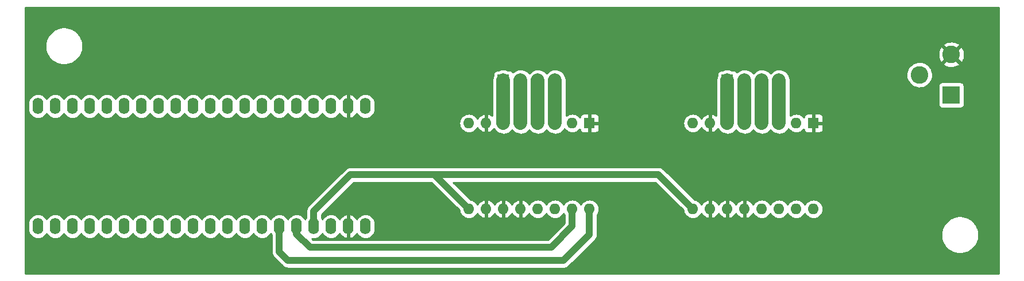
<source format=gbr>
G04 #@! TF.GenerationSoftware,KiCad,Pcbnew,5.99.0-unknown-c3175b4~86~ubuntu16.04.1*
G04 #@! TF.CreationDate,2019-11-27T13:40:58-05:00*
G04 #@! TF.ProjectId,sketchy,736b6574-6368-4792-9e6b-696361645f70,rev?*
G04 #@! TF.SameCoordinates,Original*
G04 #@! TF.FileFunction,Copper,L1,Top*
G04 #@! TF.FilePolarity,Positive*
%FSLAX46Y46*%
G04 Gerber Fmt 4.6, Leading zero omitted, Abs format (unit mm)*
G04 Created by KiCad (PCBNEW 5.99.0-unknown-c3175b4~86~ubuntu16.04.1) date 2019-11-27 13:40:58*
%MOMM*%
%LPD*%
G04 APERTURE LIST*
%ADD10R,1.700000X1.700000*%
%ADD11O,1.700000X1.700000*%
%ADD12R,1.600000X1.600000*%
%ADD13O,1.600000X1.600000*%
%ADD14O,1.600000X2.400000*%
%ADD15R,2.600000X2.600000*%
%ADD16C,2.600000*%
%ADD17C,1.000000*%
%ADD18C,2.000000*%
%ADD19C,0.254000*%
G04 APERTURE END LIST*
D10*
X161290000Y-63500000D03*
D11*
X163830000Y-63500000D03*
X166370000Y-63500000D03*
X168910000Y-63500000D03*
D10*
X128270000Y-63500000D03*
D11*
X130810000Y-63500000D03*
X133350000Y-63500000D03*
X135890000Y-63500000D03*
D12*
X173990000Y-69850000D03*
D13*
X156210000Y-82550000D03*
X171450000Y-69850000D03*
X158750000Y-82550000D03*
X168910000Y-69850000D03*
X161290000Y-82550000D03*
X166370000Y-69850000D03*
X163830000Y-82550000D03*
X163830000Y-69850000D03*
X166370000Y-82550000D03*
X161290000Y-69850000D03*
X168910000Y-82550000D03*
X158750000Y-69850000D03*
X171450000Y-82550000D03*
X156210000Y-69850000D03*
X173990000Y-82550000D03*
D12*
X140970000Y-69850000D03*
D13*
X123190000Y-82550000D03*
X138430000Y-69850000D03*
X125730000Y-82550000D03*
X135890000Y-69850000D03*
X128270000Y-82550000D03*
X133350000Y-69850000D03*
X130810000Y-82550000D03*
X130810000Y-69850000D03*
X133350000Y-82550000D03*
X128270000Y-69850000D03*
X135890000Y-82550000D03*
X125730000Y-69850000D03*
X138430000Y-82550000D03*
X123190000Y-69850000D03*
X140970000Y-82550000D03*
D14*
X64740000Y-85090000D03*
X62200000Y-85090000D03*
X59660000Y-85090000D03*
X59660000Y-67310000D03*
X62200000Y-67310000D03*
X64740000Y-67310000D03*
X107950000Y-85090000D03*
X107920000Y-67310000D03*
X105410000Y-85090000D03*
X105380000Y-67310000D03*
X102870000Y-85090000D03*
X102840000Y-67310000D03*
X100330000Y-85090000D03*
X100300000Y-67310000D03*
X97790000Y-85090000D03*
X97760000Y-67310000D03*
X95250000Y-85090000D03*
X95220000Y-67310000D03*
X92710000Y-85090000D03*
X92680000Y-67310000D03*
X90170000Y-85090000D03*
X90140000Y-67310000D03*
X87630000Y-85090000D03*
X87600000Y-67310000D03*
X85090000Y-85090000D03*
X85060000Y-67310000D03*
X82550000Y-85090000D03*
X82520000Y-67310000D03*
X80010000Y-85090000D03*
X79980000Y-67310000D03*
X77470000Y-85090000D03*
X77440000Y-67310000D03*
X74930000Y-85090000D03*
X74900000Y-67310000D03*
X72390000Y-85090000D03*
X72360000Y-67310000D03*
X69850000Y-85090000D03*
X69820000Y-67310000D03*
X67310000Y-85090000D03*
X67280000Y-67310000D03*
D15*
X194310000Y-65690000D03*
D16*
X194310000Y-59690000D03*
X189610000Y-62690000D03*
D17*
X102870000Y-85090000D02*
X102870000Y-85490000D01*
X120650000Y-80010000D02*
X123190000Y-82550000D01*
D18*
X128270000Y-69850000D02*
X128270000Y-63500000D01*
X130810000Y-69850000D02*
X130810000Y-63500000D01*
X133350000Y-63500000D02*
X133350000Y-69850000D01*
X135890000Y-69850000D02*
X135890000Y-63500000D01*
X161290000Y-69850000D02*
X161290000Y-63500000D01*
X163830000Y-63500000D02*
X163830000Y-69850000D01*
X166370000Y-69850000D02*
X166370000Y-63500000D01*
X168910000Y-63500000D02*
X168910000Y-69850000D01*
D17*
X118110000Y-77470000D02*
X120650000Y-80010000D01*
X105750000Y-77470000D02*
X118110000Y-77470000D01*
X100330000Y-82890000D02*
X105750000Y-77470000D01*
X100330000Y-85090000D02*
X100330000Y-82890000D01*
X151130000Y-77470000D02*
X156210000Y-82550000D01*
X121920000Y-77470000D02*
X151130000Y-77470000D01*
X121920000Y-77470000D02*
X118110000Y-77470000D01*
X140970000Y-86360000D02*
X140970000Y-82550000D01*
X95250000Y-85090000D02*
X95250000Y-88900000D01*
X137160000Y-90170000D02*
X140970000Y-86360000D01*
X95250000Y-88900000D02*
X96520000Y-90170000D01*
X96520000Y-90170000D02*
X137160000Y-90170000D01*
X97790000Y-85090000D02*
X97790000Y-86262306D01*
X135303847Y-88216153D02*
X138430000Y-85090000D01*
X97790000Y-86262306D02*
X99743847Y-88216153D01*
X138430000Y-85090000D02*
X138430000Y-82550000D01*
X99743847Y-88216153D02*
X135303847Y-88216153D01*
D19*
G36*
X201296000Y-92076000D02*
G01*
X57784000Y-92076000D01*
X57784000Y-84627394D01*
X58226000Y-84627394D01*
X58226000Y-85552605D01*
X58242391Y-85739961D01*
X58307333Y-85982329D01*
X58413376Y-86209738D01*
X58557297Y-86415277D01*
X58734721Y-86592703D01*
X58940261Y-86736624D01*
X59167670Y-86842667D01*
X59410038Y-86907609D01*
X59660000Y-86929477D01*
X59909961Y-86907609D01*
X60152329Y-86842667D01*
X60379738Y-86736624D01*
X60585277Y-86592703D01*
X60762703Y-86415279D01*
X60906624Y-86209739D01*
X60930000Y-86159608D01*
X60953376Y-86209738D01*
X61097297Y-86415277D01*
X61274721Y-86592703D01*
X61480261Y-86736624D01*
X61707670Y-86842667D01*
X61950038Y-86907609D01*
X62200000Y-86929477D01*
X62449961Y-86907609D01*
X62692329Y-86842667D01*
X62919738Y-86736624D01*
X63125277Y-86592703D01*
X63302703Y-86415279D01*
X63446624Y-86209739D01*
X63470000Y-86159608D01*
X63493376Y-86209738D01*
X63637297Y-86415277D01*
X63814721Y-86592703D01*
X64020261Y-86736624D01*
X64247670Y-86842667D01*
X64490038Y-86907609D01*
X64740000Y-86929477D01*
X64989961Y-86907609D01*
X65232329Y-86842667D01*
X65459738Y-86736624D01*
X65665277Y-86592703D01*
X65842703Y-86415279D01*
X65986624Y-86209739D01*
X66025000Y-86127441D01*
X66063376Y-86209738D01*
X66207297Y-86415277D01*
X66384721Y-86592703D01*
X66590261Y-86736624D01*
X66817670Y-86842667D01*
X67060038Y-86907609D01*
X67310000Y-86929477D01*
X67559961Y-86907609D01*
X67802329Y-86842667D01*
X68029738Y-86736624D01*
X68235277Y-86592703D01*
X68412703Y-86415279D01*
X68556624Y-86209739D01*
X68580000Y-86159608D01*
X68603376Y-86209738D01*
X68747297Y-86415277D01*
X68924721Y-86592703D01*
X69130261Y-86736624D01*
X69357670Y-86842667D01*
X69600038Y-86907609D01*
X69850000Y-86929477D01*
X70099961Y-86907609D01*
X70342329Y-86842667D01*
X70569738Y-86736624D01*
X70775277Y-86592703D01*
X70952703Y-86415279D01*
X71096624Y-86209739D01*
X71120000Y-86159608D01*
X71143376Y-86209738D01*
X71287297Y-86415277D01*
X71464721Y-86592703D01*
X71670261Y-86736624D01*
X71897670Y-86842667D01*
X72140038Y-86907609D01*
X72390000Y-86929477D01*
X72639961Y-86907609D01*
X72882329Y-86842667D01*
X73109738Y-86736624D01*
X73315277Y-86592703D01*
X73492703Y-86415279D01*
X73636624Y-86209739D01*
X73660000Y-86159608D01*
X73683376Y-86209738D01*
X73827297Y-86415277D01*
X74004721Y-86592703D01*
X74210261Y-86736624D01*
X74437670Y-86842667D01*
X74680038Y-86907609D01*
X74930000Y-86929477D01*
X75179961Y-86907609D01*
X75422329Y-86842667D01*
X75649738Y-86736624D01*
X75855277Y-86592703D01*
X76032703Y-86415279D01*
X76176624Y-86209739D01*
X76200000Y-86159608D01*
X76223376Y-86209738D01*
X76367297Y-86415277D01*
X76544721Y-86592703D01*
X76750261Y-86736624D01*
X76977670Y-86842667D01*
X77220038Y-86907609D01*
X77470000Y-86929477D01*
X77719961Y-86907609D01*
X77962329Y-86842667D01*
X78189738Y-86736624D01*
X78395277Y-86592703D01*
X78572703Y-86415279D01*
X78716624Y-86209739D01*
X78740000Y-86159608D01*
X78763376Y-86209738D01*
X78907297Y-86415277D01*
X79084721Y-86592703D01*
X79290261Y-86736624D01*
X79517670Y-86842667D01*
X79760038Y-86907609D01*
X80010000Y-86929477D01*
X80259961Y-86907609D01*
X80502329Y-86842667D01*
X80729738Y-86736624D01*
X80935277Y-86592703D01*
X81112703Y-86415279D01*
X81256624Y-86209739D01*
X81280000Y-86159608D01*
X81303376Y-86209738D01*
X81447297Y-86415277D01*
X81624721Y-86592703D01*
X81830261Y-86736624D01*
X82057670Y-86842667D01*
X82300038Y-86907609D01*
X82550000Y-86929477D01*
X82799961Y-86907609D01*
X83042329Y-86842667D01*
X83269738Y-86736624D01*
X83475277Y-86592703D01*
X83652703Y-86415279D01*
X83796624Y-86209739D01*
X83820000Y-86159608D01*
X83843376Y-86209738D01*
X83987297Y-86415277D01*
X84164721Y-86592703D01*
X84370261Y-86736624D01*
X84597670Y-86842667D01*
X84840038Y-86907609D01*
X85090000Y-86929477D01*
X85339961Y-86907609D01*
X85582329Y-86842667D01*
X85809738Y-86736624D01*
X86015277Y-86592703D01*
X86192703Y-86415279D01*
X86336624Y-86209739D01*
X86360000Y-86159608D01*
X86383376Y-86209738D01*
X86527297Y-86415277D01*
X86704721Y-86592703D01*
X86910261Y-86736624D01*
X87137670Y-86842667D01*
X87380038Y-86907609D01*
X87630000Y-86929477D01*
X87879961Y-86907609D01*
X88122329Y-86842667D01*
X88349738Y-86736624D01*
X88555277Y-86592703D01*
X88732703Y-86415279D01*
X88876624Y-86209739D01*
X88900000Y-86159608D01*
X88923376Y-86209738D01*
X89067297Y-86415277D01*
X89244721Y-86592703D01*
X89450261Y-86736624D01*
X89677670Y-86842667D01*
X89920038Y-86907609D01*
X90170000Y-86929477D01*
X90419961Y-86907609D01*
X90662329Y-86842667D01*
X90889738Y-86736624D01*
X91095277Y-86592703D01*
X91272703Y-86415279D01*
X91416624Y-86209739D01*
X91440000Y-86159608D01*
X91463376Y-86209738D01*
X91607297Y-86415277D01*
X91784721Y-86592703D01*
X91990261Y-86736624D01*
X92217670Y-86842667D01*
X92460038Y-86907609D01*
X92710000Y-86929477D01*
X92959961Y-86907609D01*
X93202329Y-86842667D01*
X93429738Y-86736624D01*
X93635277Y-86592703D01*
X93812703Y-86415279D01*
X93956624Y-86209739D01*
X93980000Y-86159608D01*
X94003376Y-86209738D01*
X94116000Y-86370582D01*
X94116001Y-88860678D01*
X94109245Y-88959784D01*
X94127731Y-89065704D01*
X94140652Y-89172483D01*
X94151271Y-89200583D01*
X94156433Y-89230165D01*
X94199653Y-89328625D01*
X94237671Y-89429234D01*
X94254684Y-89453987D01*
X94266891Y-89481795D01*
X94327475Y-89559901D01*
X94393133Y-89655432D01*
X94471844Y-89725561D01*
X95690331Y-90944048D01*
X95755637Y-91018910D01*
X95843611Y-91080740D01*
X95928246Y-91147101D01*
X95955624Y-91159463D01*
X95980195Y-91176732D01*
X96080378Y-91215792D01*
X96178397Y-91260049D01*
X96207932Y-91265524D01*
X96236229Y-91276555D01*
X96334309Y-91288946D01*
X96448273Y-91310068D01*
X96553502Y-91304000D01*
X137120692Y-91304000D01*
X137219783Y-91310755D01*
X137325701Y-91292270D01*
X137432482Y-91279349D01*
X137460586Y-91268729D01*
X137490167Y-91263566D01*
X137588614Y-91220352D01*
X137689234Y-91182330D01*
X137713992Y-91165314D01*
X137741795Y-91153109D01*
X137819902Y-91092523D01*
X137915431Y-91026869D01*
X137985569Y-90948148D01*
X141744048Y-87189669D01*
X141818910Y-87124362D01*
X141880746Y-87036379D01*
X141947103Y-86951753D01*
X141959464Y-86924376D01*
X141976732Y-86899806D01*
X142015790Y-86799626D01*
X142060050Y-86701600D01*
X142065522Y-86672071D01*
X142076555Y-86643772D01*
X142088945Y-86545694D01*
X142110068Y-86431727D01*
X142104000Y-86326498D01*
X142104000Y-86286985D01*
X192791671Y-86286985D01*
X192803556Y-86627341D01*
X192856832Y-86963712D01*
X192950704Y-87291082D01*
X193083772Y-87604573D01*
X193254054Y-87899510D01*
X193459011Y-88171496D01*
X193695586Y-88416477D01*
X193960254Y-88630800D01*
X194249068Y-88811272D01*
X194557724Y-88955201D01*
X194881619Y-89060441D01*
X195215925Y-89125422D01*
X195555659Y-89149180D01*
X195895756Y-89131356D01*
X196231146Y-89072218D01*
X196556829Y-88972646D01*
X196867949Y-88834126D01*
X197159869Y-88658723D01*
X197428236Y-88449052D01*
X197669052Y-88208236D01*
X197878723Y-87939869D01*
X198054126Y-87647949D01*
X198192646Y-87336829D01*
X198292218Y-87011146D01*
X198351644Y-86674124D01*
X198364285Y-86191363D01*
X198322579Y-85851693D01*
X198240189Y-85521245D01*
X198118141Y-85203302D01*
X197958256Y-84902602D01*
X197762918Y-84623629D01*
X197535036Y-84370540D01*
X197278009Y-84147111D01*
X196995669Y-83956670D01*
X196692225Y-83802057D01*
X196372200Y-83685578D01*
X196040365Y-83608968D01*
X195701667Y-83573370D01*
X195361156Y-83579313D01*
X195023906Y-83626711D01*
X194694947Y-83714855D01*
X194379181Y-83842432D01*
X194081318Y-84007540D01*
X193805796Y-84207719D01*
X193556724Y-84439982D01*
X193337814Y-84700869D01*
X193152329Y-84986490D01*
X193003037Y-85292587D01*
X192892160Y-85614596D01*
X192821352Y-85947717D01*
X192791671Y-86286985D01*
X142104000Y-86286985D01*
X142104000Y-83430583D01*
X142216624Y-83269739D01*
X142322667Y-83042330D01*
X142387609Y-82799962D01*
X142409477Y-82550000D01*
X142387609Y-82300038D01*
X142322667Y-82057670D01*
X142216624Y-81830261D01*
X142072703Y-81624721D01*
X141895279Y-81447297D01*
X141689739Y-81303376D01*
X141462330Y-81197333D01*
X141219962Y-81132391D01*
X141032606Y-81116000D01*
X140907394Y-81116000D01*
X140720038Y-81132391D01*
X140477670Y-81197333D01*
X140250261Y-81303376D01*
X140044721Y-81447297D01*
X139867297Y-81624721D01*
X139723376Y-81830261D01*
X139700000Y-81880391D01*
X139676624Y-81830261D01*
X139532703Y-81624721D01*
X139355279Y-81447297D01*
X139149739Y-81303376D01*
X138922330Y-81197333D01*
X138679962Y-81132391D01*
X138492606Y-81116000D01*
X138367394Y-81116000D01*
X138180038Y-81132391D01*
X137937670Y-81197333D01*
X137710261Y-81303376D01*
X137504721Y-81447297D01*
X137327297Y-81624721D01*
X137183376Y-81830261D01*
X137160000Y-81880391D01*
X137136624Y-81830261D01*
X136992703Y-81624721D01*
X136815279Y-81447297D01*
X136609739Y-81303376D01*
X136382330Y-81197333D01*
X136139962Y-81132391D01*
X135952606Y-81116000D01*
X135827394Y-81116000D01*
X135640038Y-81132391D01*
X135397670Y-81197333D01*
X135170261Y-81303376D01*
X134964721Y-81447297D01*
X134787297Y-81624721D01*
X134643376Y-81830261D01*
X134620000Y-81880391D01*
X134596624Y-81830261D01*
X134452703Y-81624721D01*
X134275279Y-81447297D01*
X134069739Y-81303376D01*
X133842330Y-81197333D01*
X133599962Y-81132391D01*
X133412606Y-81116000D01*
X133287394Y-81116000D01*
X133100038Y-81132391D01*
X132857670Y-81197333D01*
X132630261Y-81303376D01*
X132424721Y-81447297D01*
X132247297Y-81624721D01*
X132103376Y-81830261D01*
X132080000Y-81880391D01*
X132056624Y-81830261D01*
X131912703Y-81624721D01*
X131735279Y-81447297D01*
X131529739Y-81303376D01*
X131302330Y-81197333D01*
X130938000Y-81099712D01*
X130938000Y-84000288D01*
X131302330Y-83902667D01*
X131529739Y-83796624D01*
X131735279Y-83652703D01*
X131912703Y-83475279D01*
X132056624Y-83269739D01*
X132080000Y-83219609D01*
X132103376Y-83269739D01*
X132247297Y-83475279D01*
X132424721Y-83652703D01*
X132630261Y-83796624D01*
X132857670Y-83902667D01*
X133100038Y-83967609D01*
X133287394Y-83984000D01*
X133412606Y-83984000D01*
X133599962Y-83967609D01*
X133842330Y-83902667D01*
X134069739Y-83796624D01*
X134275279Y-83652703D01*
X134452703Y-83475279D01*
X134596624Y-83269739D01*
X134620000Y-83219609D01*
X134643376Y-83269739D01*
X134787297Y-83475279D01*
X134964721Y-83652703D01*
X135170261Y-83796624D01*
X135397670Y-83902667D01*
X135640038Y-83967609D01*
X135827394Y-83984000D01*
X135952606Y-83984000D01*
X136139962Y-83967609D01*
X136382330Y-83902667D01*
X136609739Y-83796624D01*
X136815279Y-83652703D01*
X136992703Y-83475279D01*
X137136624Y-83269739D01*
X137160000Y-83219609D01*
X137183376Y-83269739D01*
X137296001Y-83430584D01*
X137296000Y-84620282D01*
X134834131Y-87082153D01*
X100213566Y-87082153D01*
X100071702Y-86940289D01*
X105538000Y-86940289D01*
X105902329Y-86842667D01*
X106129738Y-86736624D01*
X106335277Y-86592703D01*
X106512703Y-86415279D01*
X106656624Y-86209739D01*
X106680000Y-86159608D01*
X106703376Y-86209738D01*
X106847297Y-86415277D01*
X107024721Y-86592703D01*
X107230261Y-86736624D01*
X107457670Y-86842667D01*
X107700038Y-86907609D01*
X107950000Y-86929477D01*
X108199961Y-86907609D01*
X108442329Y-86842667D01*
X108669738Y-86736624D01*
X108875277Y-86592703D01*
X109052703Y-86415279D01*
X109196624Y-86209739D01*
X109302667Y-85982330D01*
X109367609Y-85739962D01*
X109384000Y-85552606D01*
X109384000Y-84627395D01*
X109367609Y-84440039D01*
X109302667Y-84197670D01*
X109196624Y-83970261D01*
X109052703Y-83764721D01*
X108875279Y-83587297D01*
X108669739Y-83443376D01*
X108442330Y-83337333D01*
X108199962Y-83272391D01*
X107950000Y-83250523D01*
X107700039Y-83272391D01*
X107457671Y-83337333D01*
X107230262Y-83443376D01*
X107024722Y-83587297D01*
X106847298Y-83764721D01*
X106703376Y-83970261D01*
X106680000Y-84020391D01*
X106656624Y-83970261D01*
X106512703Y-83764721D01*
X106335279Y-83587297D01*
X106129739Y-83443376D01*
X105902330Y-83337333D01*
X105538000Y-83239712D01*
X105538000Y-86940289D01*
X100071702Y-86940289D01*
X100024009Y-86892596D01*
X100080038Y-86907609D01*
X100330000Y-86929477D01*
X100579961Y-86907609D01*
X100822329Y-86842667D01*
X101049738Y-86736624D01*
X101255277Y-86592703D01*
X101432703Y-86415279D01*
X101576624Y-86209739D01*
X101600000Y-86159608D01*
X101623376Y-86209738D01*
X101767297Y-86415277D01*
X101944721Y-86592703D01*
X102150261Y-86736624D01*
X102377670Y-86842667D01*
X102620038Y-86907609D01*
X102870000Y-86929477D01*
X103119961Y-86907609D01*
X103362329Y-86842667D01*
X103589738Y-86736624D01*
X103795277Y-86592703D01*
X103972703Y-86415279D01*
X104116624Y-86209739D01*
X104140000Y-86159608D01*
X104163376Y-86209738D01*
X104307297Y-86415277D01*
X104484721Y-86592703D01*
X104690261Y-86736624D01*
X104917670Y-86842667D01*
X105282000Y-86940288D01*
X105282000Y-83239711D01*
X104917671Y-83337333D01*
X104690262Y-83443376D01*
X104484722Y-83587297D01*
X104307298Y-83764721D01*
X104163376Y-83970261D01*
X104140000Y-84020391D01*
X104116624Y-83970261D01*
X103972703Y-83764721D01*
X103795279Y-83587297D01*
X103589739Y-83443376D01*
X103362330Y-83337333D01*
X103119962Y-83272391D01*
X102870000Y-83250523D01*
X102620039Y-83272391D01*
X102377671Y-83337333D01*
X102150262Y-83443376D01*
X101944722Y-83587297D01*
X101767298Y-83764721D01*
X101623376Y-83970261D01*
X101600000Y-84020391D01*
X101576624Y-83970261D01*
X101464000Y-83809417D01*
X101464000Y-83359717D01*
X106219717Y-78604000D01*
X117640283Y-78604000D01*
X121766269Y-82729986D01*
X121772391Y-82799962D01*
X121837333Y-83042330D01*
X121943376Y-83269739D01*
X122087297Y-83475279D01*
X122264721Y-83652703D01*
X122470261Y-83796624D01*
X122697670Y-83902667D01*
X122940038Y-83967609D01*
X123127394Y-83984000D01*
X123252606Y-83984000D01*
X123439962Y-83967609D01*
X123682330Y-83902667D01*
X123909739Y-83796624D01*
X124115279Y-83652703D01*
X124292703Y-83475279D01*
X124436624Y-83269739D01*
X124460000Y-83219609D01*
X124483376Y-83269739D01*
X124627297Y-83475279D01*
X124804721Y-83652703D01*
X125010261Y-83796624D01*
X125237670Y-83902667D01*
X125602000Y-84000288D01*
X125602000Y-81099712D01*
X125858000Y-81099712D01*
X125858000Y-84000288D01*
X126222330Y-83902667D01*
X126449739Y-83796624D01*
X126655279Y-83652703D01*
X126832703Y-83475279D01*
X126976624Y-83269739D01*
X127000000Y-83219609D01*
X127023376Y-83269739D01*
X127167297Y-83475279D01*
X127344721Y-83652703D01*
X127550261Y-83796624D01*
X127777670Y-83902667D01*
X128142000Y-84000288D01*
X128142000Y-81099712D01*
X128398000Y-81099712D01*
X128398000Y-84000288D01*
X128762330Y-83902667D01*
X128989739Y-83796624D01*
X129195279Y-83652703D01*
X129372703Y-83475279D01*
X129516624Y-83269739D01*
X129540000Y-83219609D01*
X129563376Y-83269739D01*
X129707297Y-83475279D01*
X129884721Y-83652703D01*
X130090261Y-83796624D01*
X130317670Y-83902667D01*
X130682000Y-84000288D01*
X130682000Y-81099712D01*
X130317670Y-81197333D01*
X130090261Y-81303376D01*
X129884721Y-81447297D01*
X129707297Y-81624721D01*
X129563376Y-81830261D01*
X129540000Y-81880391D01*
X129516624Y-81830261D01*
X129372703Y-81624721D01*
X129195279Y-81447297D01*
X128989739Y-81303376D01*
X128762330Y-81197333D01*
X128398000Y-81099712D01*
X128142000Y-81099712D01*
X127777670Y-81197333D01*
X127550261Y-81303376D01*
X127344721Y-81447297D01*
X127167297Y-81624721D01*
X127023376Y-81830261D01*
X127000000Y-81880391D01*
X126976624Y-81830261D01*
X126832703Y-81624721D01*
X126655279Y-81447297D01*
X126449739Y-81303376D01*
X126222330Y-81197333D01*
X125858000Y-81099712D01*
X125602000Y-81099712D01*
X125237670Y-81197333D01*
X125010261Y-81303376D01*
X124804721Y-81447297D01*
X124627297Y-81624721D01*
X124483376Y-81830261D01*
X124460000Y-81880391D01*
X124436624Y-81830261D01*
X124292703Y-81624721D01*
X124115279Y-81447297D01*
X123909739Y-81303376D01*
X123682330Y-81197333D01*
X123439962Y-81132391D01*
X123369986Y-81126269D01*
X121499632Y-79255916D01*
X121499626Y-79255908D01*
X120847717Y-78604000D01*
X150660283Y-78604000D01*
X154786269Y-82729986D01*
X154792391Y-82799962D01*
X154857333Y-83042330D01*
X154963376Y-83269739D01*
X155107297Y-83475279D01*
X155284721Y-83652703D01*
X155490261Y-83796624D01*
X155717670Y-83902667D01*
X155960038Y-83967609D01*
X156147394Y-83984000D01*
X156272606Y-83984000D01*
X156459962Y-83967609D01*
X156702330Y-83902667D01*
X156929739Y-83796624D01*
X157135279Y-83652703D01*
X157312703Y-83475279D01*
X157456624Y-83269739D01*
X157480000Y-83219609D01*
X157503376Y-83269739D01*
X157647297Y-83475279D01*
X157824721Y-83652703D01*
X158030261Y-83796624D01*
X158257670Y-83902667D01*
X158622000Y-84000288D01*
X158622000Y-81099712D01*
X158878000Y-81099712D01*
X158878000Y-84000288D01*
X159242330Y-83902667D01*
X159469739Y-83796624D01*
X159675279Y-83652703D01*
X159852703Y-83475279D01*
X159996624Y-83269739D01*
X160020000Y-83219609D01*
X160043376Y-83269739D01*
X160187297Y-83475279D01*
X160364721Y-83652703D01*
X160570261Y-83796624D01*
X160797670Y-83902667D01*
X161162000Y-84000288D01*
X161162000Y-81099712D01*
X161418000Y-81099712D01*
X161418000Y-84000288D01*
X161782330Y-83902667D01*
X162009739Y-83796624D01*
X162215279Y-83652703D01*
X162392703Y-83475279D01*
X162536624Y-83269739D01*
X162560000Y-83219609D01*
X162583376Y-83269739D01*
X162727297Y-83475279D01*
X162904721Y-83652703D01*
X163110261Y-83796624D01*
X163337670Y-83902667D01*
X163702000Y-84000288D01*
X163958000Y-84000288D01*
X164322330Y-83902667D01*
X164549739Y-83796624D01*
X164755279Y-83652703D01*
X164932703Y-83475279D01*
X165076624Y-83269739D01*
X165100000Y-83219609D01*
X165123376Y-83269739D01*
X165267297Y-83475279D01*
X165444721Y-83652703D01*
X165650261Y-83796624D01*
X165877670Y-83902667D01*
X166120038Y-83967609D01*
X166307394Y-83984000D01*
X166432606Y-83984000D01*
X166619962Y-83967609D01*
X166862330Y-83902667D01*
X167089739Y-83796624D01*
X167295279Y-83652703D01*
X167472703Y-83475279D01*
X167616624Y-83269739D01*
X167640000Y-83219609D01*
X167663376Y-83269739D01*
X167807297Y-83475279D01*
X167984721Y-83652703D01*
X168190261Y-83796624D01*
X168417670Y-83902667D01*
X168660038Y-83967609D01*
X168847394Y-83984000D01*
X168972606Y-83984000D01*
X169159962Y-83967609D01*
X169402330Y-83902667D01*
X169629739Y-83796624D01*
X169835279Y-83652703D01*
X170012703Y-83475279D01*
X170156624Y-83269739D01*
X170180000Y-83219609D01*
X170203376Y-83269739D01*
X170347297Y-83475279D01*
X170524721Y-83652703D01*
X170730261Y-83796624D01*
X170957670Y-83902667D01*
X171200038Y-83967609D01*
X171387394Y-83984000D01*
X171512606Y-83984000D01*
X171699962Y-83967609D01*
X171942330Y-83902667D01*
X172169739Y-83796624D01*
X172375279Y-83652703D01*
X172552703Y-83475279D01*
X172696624Y-83269739D01*
X172720000Y-83219609D01*
X172743376Y-83269739D01*
X172887297Y-83475279D01*
X173064721Y-83652703D01*
X173270261Y-83796624D01*
X173497670Y-83902667D01*
X173740038Y-83967609D01*
X173927394Y-83984000D01*
X174052606Y-83984000D01*
X174239962Y-83967609D01*
X174482330Y-83902667D01*
X174709739Y-83796624D01*
X174915279Y-83652703D01*
X175092703Y-83475279D01*
X175236624Y-83269739D01*
X175342667Y-83042330D01*
X175407609Y-82799962D01*
X175429477Y-82550000D01*
X175407609Y-82300038D01*
X175342667Y-82057670D01*
X175236624Y-81830261D01*
X175092703Y-81624721D01*
X174915279Y-81447297D01*
X174709739Y-81303376D01*
X174482330Y-81197333D01*
X174239962Y-81132391D01*
X174052606Y-81116000D01*
X173927394Y-81116000D01*
X173740038Y-81132391D01*
X173497670Y-81197333D01*
X173270261Y-81303376D01*
X173064721Y-81447297D01*
X172887297Y-81624721D01*
X172743376Y-81830261D01*
X172720000Y-81880391D01*
X172696624Y-81830261D01*
X172552703Y-81624721D01*
X172375279Y-81447297D01*
X172169739Y-81303376D01*
X171942330Y-81197333D01*
X171699962Y-81132391D01*
X171512606Y-81116000D01*
X171387394Y-81116000D01*
X171200038Y-81132391D01*
X170957670Y-81197333D01*
X170730261Y-81303376D01*
X170524721Y-81447297D01*
X170347297Y-81624721D01*
X170203376Y-81830261D01*
X170180000Y-81880391D01*
X170156624Y-81830261D01*
X170012703Y-81624721D01*
X169835279Y-81447297D01*
X169629739Y-81303376D01*
X169402330Y-81197333D01*
X169159962Y-81132391D01*
X168972606Y-81116000D01*
X168847394Y-81116000D01*
X168660038Y-81132391D01*
X168417670Y-81197333D01*
X168190261Y-81303376D01*
X167984721Y-81447297D01*
X167807297Y-81624721D01*
X167663376Y-81830261D01*
X167640000Y-81880391D01*
X167616624Y-81830261D01*
X167472703Y-81624721D01*
X167295279Y-81447297D01*
X167089739Y-81303376D01*
X166862330Y-81197333D01*
X166619962Y-81132391D01*
X166432606Y-81116000D01*
X166307394Y-81116000D01*
X166120038Y-81132391D01*
X165877670Y-81197333D01*
X165650261Y-81303376D01*
X165444721Y-81447297D01*
X165267297Y-81624721D01*
X165123376Y-81830261D01*
X165100000Y-81880391D01*
X165076624Y-81830261D01*
X164932703Y-81624721D01*
X164755279Y-81447297D01*
X164549739Y-81303376D01*
X164322330Y-81197333D01*
X163958000Y-81099712D01*
X163958000Y-84000288D01*
X163702000Y-84000288D01*
X163702000Y-81099712D01*
X163337670Y-81197333D01*
X163110261Y-81303376D01*
X162904721Y-81447297D01*
X162727297Y-81624721D01*
X162583376Y-81830261D01*
X162560000Y-81880391D01*
X162536624Y-81830261D01*
X162392703Y-81624721D01*
X162215279Y-81447297D01*
X162009739Y-81303376D01*
X161782330Y-81197333D01*
X161418000Y-81099712D01*
X161162000Y-81099712D01*
X160797670Y-81197333D01*
X160570261Y-81303376D01*
X160364721Y-81447297D01*
X160187297Y-81624721D01*
X160043376Y-81830261D01*
X160020000Y-81880391D01*
X159996624Y-81830261D01*
X159852703Y-81624721D01*
X159675279Y-81447297D01*
X159469739Y-81303376D01*
X159242330Y-81197333D01*
X158878000Y-81099712D01*
X158622000Y-81099712D01*
X158257670Y-81197333D01*
X158030261Y-81303376D01*
X157824721Y-81447297D01*
X157647297Y-81624721D01*
X157503376Y-81830261D01*
X157480000Y-81880391D01*
X157456624Y-81830261D01*
X157312703Y-81624721D01*
X157135279Y-81447297D01*
X156929739Y-81303376D01*
X156702330Y-81197333D01*
X156459962Y-81132391D01*
X156389987Y-81126269D01*
X151959676Y-76695960D01*
X151894363Y-76621090D01*
X151806380Y-76559254D01*
X151721754Y-76492899D01*
X151694378Y-76480538D01*
X151669804Y-76463268D01*
X151569615Y-76424205D01*
X151471600Y-76379950D01*
X151442071Y-76374478D01*
X151413772Y-76363445D01*
X151315693Y-76351055D01*
X151201726Y-76329932D01*
X151096497Y-76336000D01*
X118214465Y-76336000D01*
X118181726Y-76329932D01*
X118076497Y-76336000D01*
X105789317Y-76336000D01*
X105690215Y-76329244D01*
X105584283Y-76347732D01*
X105477517Y-76360651D01*
X105449413Y-76371271D01*
X105419832Y-76376434D01*
X105321390Y-76419647D01*
X105220766Y-76457670D01*
X105196008Y-76474686D01*
X105168205Y-76486891D01*
X105090098Y-76547477D01*
X104994569Y-76613131D01*
X104924431Y-76691852D01*
X99555953Y-82060331D01*
X99481091Y-82125637D01*
X99419264Y-82213607D01*
X99352899Y-82298246D01*
X99340537Y-82325624D01*
X99323268Y-82350196D01*
X99284209Y-82450377D01*
X99239950Y-82548400D01*
X99234477Y-82577936D01*
X99223446Y-82606228D01*
X99211058Y-82704291D01*
X99189932Y-82818274D01*
X99196001Y-82923519D01*
X99196001Y-83809418D01*
X99083376Y-83970261D01*
X99060000Y-84020391D01*
X99036624Y-83970261D01*
X98892703Y-83764721D01*
X98715279Y-83587297D01*
X98509739Y-83443376D01*
X98282330Y-83337333D01*
X98039962Y-83272391D01*
X97790000Y-83250523D01*
X97540039Y-83272391D01*
X97297671Y-83337333D01*
X97070262Y-83443376D01*
X96864722Y-83587297D01*
X96687298Y-83764721D01*
X96543376Y-83970261D01*
X96520000Y-84020391D01*
X96496624Y-83970261D01*
X96352703Y-83764721D01*
X96175279Y-83587297D01*
X95969739Y-83443376D01*
X95742330Y-83337333D01*
X95499962Y-83272391D01*
X95250000Y-83250523D01*
X95000039Y-83272391D01*
X94757671Y-83337333D01*
X94530262Y-83443376D01*
X94324722Y-83587297D01*
X94147298Y-83764721D01*
X94003376Y-83970261D01*
X93980000Y-84020391D01*
X93956624Y-83970261D01*
X93812703Y-83764721D01*
X93635279Y-83587297D01*
X93429739Y-83443376D01*
X93202330Y-83337333D01*
X92959962Y-83272391D01*
X92710000Y-83250523D01*
X92460039Y-83272391D01*
X92217671Y-83337333D01*
X91990262Y-83443376D01*
X91784722Y-83587297D01*
X91607298Y-83764721D01*
X91463376Y-83970261D01*
X91440000Y-84020391D01*
X91416624Y-83970261D01*
X91272703Y-83764721D01*
X91095279Y-83587297D01*
X90889739Y-83443376D01*
X90662330Y-83337333D01*
X90419962Y-83272391D01*
X90170000Y-83250523D01*
X89920039Y-83272391D01*
X89677671Y-83337333D01*
X89450262Y-83443376D01*
X89244722Y-83587297D01*
X89067298Y-83764721D01*
X88923376Y-83970261D01*
X88900000Y-84020391D01*
X88876624Y-83970261D01*
X88732703Y-83764721D01*
X88555279Y-83587297D01*
X88349739Y-83443376D01*
X88122330Y-83337333D01*
X87879962Y-83272391D01*
X87630000Y-83250523D01*
X87380039Y-83272391D01*
X87137671Y-83337333D01*
X86910262Y-83443376D01*
X86704722Y-83587297D01*
X86527298Y-83764721D01*
X86383376Y-83970261D01*
X86360000Y-84020391D01*
X86336624Y-83970261D01*
X86192703Y-83764721D01*
X86015279Y-83587297D01*
X85809739Y-83443376D01*
X85582330Y-83337333D01*
X85339962Y-83272391D01*
X85090000Y-83250523D01*
X84840039Y-83272391D01*
X84597671Y-83337333D01*
X84370262Y-83443376D01*
X84164722Y-83587297D01*
X83987298Y-83764721D01*
X83843376Y-83970261D01*
X83820000Y-84020391D01*
X83796624Y-83970261D01*
X83652703Y-83764721D01*
X83475279Y-83587297D01*
X83269739Y-83443376D01*
X83042330Y-83337333D01*
X82799962Y-83272391D01*
X82550000Y-83250523D01*
X82300039Y-83272391D01*
X82057671Y-83337333D01*
X81830262Y-83443376D01*
X81624722Y-83587297D01*
X81447298Y-83764721D01*
X81303376Y-83970261D01*
X81280000Y-84020391D01*
X81256624Y-83970261D01*
X81112703Y-83764721D01*
X80935279Y-83587297D01*
X80729739Y-83443376D01*
X80502330Y-83337333D01*
X80259962Y-83272391D01*
X80010000Y-83250523D01*
X79760039Y-83272391D01*
X79517671Y-83337333D01*
X79290262Y-83443376D01*
X79084722Y-83587297D01*
X78907298Y-83764721D01*
X78763376Y-83970261D01*
X78740000Y-84020391D01*
X78716624Y-83970261D01*
X78572703Y-83764721D01*
X78395279Y-83587297D01*
X78189739Y-83443376D01*
X77962330Y-83337333D01*
X77719962Y-83272391D01*
X77470000Y-83250523D01*
X77220039Y-83272391D01*
X76977671Y-83337333D01*
X76750262Y-83443376D01*
X76544722Y-83587297D01*
X76367298Y-83764721D01*
X76223376Y-83970261D01*
X76200000Y-84020391D01*
X76176624Y-83970261D01*
X76032703Y-83764721D01*
X75855279Y-83587297D01*
X75649739Y-83443376D01*
X75422330Y-83337333D01*
X75179962Y-83272391D01*
X74930000Y-83250523D01*
X74680039Y-83272391D01*
X74437671Y-83337333D01*
X74210262Y-83443376D01*
X74004722Y-83587297D01*
X73827298Y-83764721D01*
X73683376Y-83970261D01*
X73660000Y-84020391D01*
X73636624Y-83970261D01*
X73492703Y-83764721D01*
X73315279Y-83587297D01*
X73109739Y-83443376D01*
X72882330Y-83337333D01*
X72639962Y-83272391D01*
X72390000Y-83250523D01*
X72140039Y-83272391D01*
X71897671Y-83337333D01*
X71670262Y-83443376D01*
X71464722Y-83587297D01*
X71287298Y-83764721D01*
X71143376Y-83970261D01*
X71120000Y-84020391D01*
X71096624Y-83970261D01*
X70952703Y-83764721D01*
X70775279Y-83587297D01*
X70569739Y-83443376D01*
X70342330Y-83337333D01*
X70099962Y-83272391D01*
X69850000Y-83250523D01*
X69600039Y-83272391D01*
X69357671Y-83337333D01*
X69130262Y-83443376D01*
X68924722Y-83587297D01*
X68747298Y-83764721D01*
X68603376Y-83970261D01*
X68580000Y-84020391D01*
X68556624Y-83970261D01*
X68412703Y-83764721D01*
X68235279Y-83587297D01*
X68029739Y-83443376D01*
X67802330Y-83337333D01*
X67559962Y-83272391D01*
X67310000Y-83250523D01*
X67060039Y-83272391D01*
X66817671Y-83337333D01*
X66590262Y-83443376D01*
X66384722Y-83587297D01*
X66207298Y-83764721D01*
X66063376Y-83970261D01*
X66025000Y-84052558D01*
X65986624Y-83970261D01*
X65842703Y-83764721D01*
X65665279Y-83587297D01*
X65459739Y-83443376D01*
X65232330Y-83337333D01*
X64989962Y-83272391D01*
X64740000Y-83250523D01*
X64490039Y-83272391D01*
X64247671Y-83337333D01*
X64020262Y-83443376D01*
X63814722Y-83587297D01*
X63637298Y-83764721D01*
X63493376Y-83970261D01*
X63470000Y-84020391D01*
X63446624Y-83970261D01*
X63302703Y-83764721D01*
X63125279Y-83587297D01*
X62919739Y-83443376D01*
X62692330Y-83337333D01*
X62449962Y-83272391D01*
X62200000Y-83250523D01*
X61950039Y-83272391D01*
X61707671Y-83337333D01*
X61480262Y-83443376D01*
X61274722Y-83587297D01*
X61097298Y-83764721D01*
X60953376Y-83970261D01*
X60930000Y-84020391D01*
X60906624Y-83970261D01*
X60762703Y-83764721D01*
X60585279Y-83587297D01*
X60379739Y-83443376D01*
X60152330Y-83337333D01*
X59909962Y-83272391D01*
X59660000Y-83250523D01*
X59410039Y-83272391D01*
X59167671Y-83337333D01*
X58940262Y-83443376D01*
X58734722Y-83587297D01*
X58557298Y-83764721D01*
X58413376Y-83970261D01*
X58307333Y-84197670D01*
X58242391Y-84440038D01*
X58226000Y-84627394D01*
X57784000Y-84627394D01*
X57784000Y-69850000D01*
X121750523Y-69850000D01*
X121772391Y-70099962D01*
X121837333Y-70342330D01*
X121943376Y-70569739D01*
X122087297Y-70775279D01*
X122264721Y-70952703D01*
X122470261Y-71096624D01*
X122697670Y-71202667D01*
X122940038Y-71267609D01*
X123127394Y-71284000D01*
X123252606Y-71284000D01*
X123439962Y-71267609D01*
X123682330Y-71202667D01*
X123909739Y-71096624D01*
X124115279Y-70952703D01*
X124292703Y-70775279D01*
X124436624Y-70569739D01*
X124460000Y-70519609D01*
X124483376Y-70569739D01*
X124627297Y-70775279D01*
X124804721Y-70952703D01*
X125010261Y-71096624D01*
X125237670Y-71202667D01*
X125602000Y-71300288D01*
X125602000Y-68399712D01*
X125858000Y-68399712D01*
X125858000Y-71300288D01*
X126222330Y-71202667D01*
X126449739Y-71096624D01*
X126655279Y-70952703D01*
X126832703Y-70775279D01*
X126878432Y-70709972D01*
X126921325Y-70787353D01*
X127137352Y-71039397D01*
X127399648Y-71242855D01*
X127697497Y-71389415D01*
X128018733Y-71473091D01*
X128350231Y-71490463D01*
X128678453Y-71440824D01*
X128989990Y-71326201D01*
X129272116Y-71151276D01*
X129513307Y-70923194D01*
X129542284Y-70881810D01*
X129677352Y-71039397D01*
X129939648Y-71242855D01*
X130237497Y-71389415D01*
X130558733Y-71473091D01*
X130890231Y-71490463D01*
X131218453Y-71440824D01*
X131529990Y-71326201D01*
X131812116Y-71151276D01*
X132053307Y-70923194D01*
X132082285Y-70881810D01*
X132217353Y-71039397D01*
X132479649Y-71242855D01*
X132777498Y-71389415D01*
X133098734Y-71473091D01*
X133430232Y-71490463D01*
X133758454Y-71440824D01*
X134069991Y-71326201D01*
X134352117Y-71151276D01*
X134593307Y-70923194D01*
X134622284Y-70881810D01*
X134757352Y-71039397D01*
X135019648Y-71242855D01*
X135317497Y-71389415D01*
X135638733Y-71473091D01*
X135970231Y-71490463D01*
X136298453Y-71440824D01*
X136609990Y-71326201D01*
X136892116Y-71151276D01*
X137133307Y-70923194D01*
X137282088Y-70710713D01*
X137327297Y-70775279D01*
X137504721Y-70952703D01*
X137710261Y-71096624D01*
X137937670Y-71202667D01*
X138180038Y-71267609D01*
X138367394Y-71284000D01*
X138492606Y-71284000D01*
X138679962Y-71267609D01*
X138922330Y-71202667D01*
X139149739Y-71096624D01*
X139355279Y-70952703D01*
X139532703Y-70775279D01*
X139550483Y-70749887D01*
X139608795Y-70967512D01*
X139756185Y-71143165D01*
X139949814Y-71254956D01*
X140158976Y-71291837D01*
X140842000Y-71291837D01*
X140842000Y-69978000D01*
X141098000Y-69978000D01*
X141098000Y-71291837D01*
X141786588Y-71291837D01*
X142087512Y-71211205D01*
X142263165Y-71063815D01*
X142374956Y-70870186D01*
X142411837Y-70661024D01*
X142411837Y-69978000D01*
X141098000Y-69978000D01*
X140842000Y-69978000D01*
X140842000Y-69850000D01*
X154770523Y-69850000D01*
X154792391Y-70099962D01*
X154857333Y-70342330D01*
X154963376Y-70569739D01*
X155107297Y-70775279D01*
X155284721Y-70952703D01*
X155490261Y-71096624D01*
X155717670Y-71202667D01*
X155960038Y-71267609D01*
X156147394Y-71284000D01*
X156272606Y-71284000D01*
X156459962Y-71267609D01*
X156702330Y-71202667D01*
X156929739Y-71096624D01*
X157135279Y-70952703D01*
X157312703Y-70775279D01*
X157456624Y-70569739D01*
X157480000Y-70519609D01*
X157503376Y-70569739D01*
X157647297Y-70775279D01*
X157824721Y-70952703D01*
X158030261Y-71096624D01*
X158257670Y-71202667D01*
X158622000Y-71300288D01*
X158622000Y-68399712D01*
X158878000Y-68399712D01*
X158878000Y-71300288D01*
X159242330Y-71202667D01*
X159469739Y-71096624D01*
X159675279Y-70952703D01*
X159852703Y-70775279D01*
X159898432Y-70709972D01*
X159941325Y-70787353D01*
X160157352Y-71039397D01*
X160419648Y-71242855D01*
X160717497Y-71389415D01*
X161038733Y-71473091D01*
X161370231Y-71490463D01*
X161698453Y-71440824D01*
X162009990Y-71326201D01*
X162292116Y-71151276D01*
X162533307Y-70923194D01*
X162562285Y-70881810D01*
X162697353Y-71039397D01*
X162959649Y-71242855D01*
X163257498Y-71389415D01*
X163578734Y-71473091D01*
X163910232Y-71490463D01*
X164238454Y-71440824D01*
X164549991Y-71326201D01*
X164832117Y-71151276D01*
X165073307Y-70923194D01*
X165102284Y-70881810D01*
X165237352Y-71039397D01*
X165499648Y-71242855D01*
X165797497Y-71389415D01*
X166118733Y-71473091D01*
X166450231Y-71490463D01*
X166778453Y-71440824D01*
X167089990Y-71326201D01*
X167372116Y-71151276D01*
X167613307Y-70923194D01*
X167642285Y-70881810D01*
X167777353Y-71039397D01*
X168039649Y-71242855D01*
X168337498Y-71389415D01*
X168658734Y-71473091D01*
X168990232Y-71490463D01*
X169318454Y-71440824D01*
X169629991Y-71326201D01*
X169912117Y-71151276D01*
X170153307Y-70923194D01*
X170302088Y-70710713D01*
X170347297Y-70775279D01*
X170524721Y-70952703D01*
X170730261Y-71096624D01*
X170957670Y-71202667D01*
X171200038Y-71267609D01*
X171387394Y-71284000D01*
X171512606Y-71284000D01*
X171699962Y-71267609D01*
X171942330Y-71202667D01*
X172169739Y-71096624D01*
X172375279Y-70952703D01*
X172552703Y-70775279D01*
X172570483Y-70749887D01*
X172628795Y-70967512D01*
X172776185Y-71143165D01*
X172969814Y-71254956D01*
X173178976Y-71291837D01*
X173862000Y-71291837D01*
X173862000Y-69978000D01*
X174118000Y-69978000D01*
X174118000Y-71291837D01*
X174806588Y-71291837D01*
X175107512Y-71211205D01*
X175283165Y-71063815D01*
X175394956Y-70870186D01*
X175431837Y-70661024D01*
X175431837Y-69978000D01*
X174118000Y-69978000D01*
X173862000Y-69978000D01*
X173862000Y-68408163D01*
X174118000Y-68408163D01*
X174118000Y-69722000D01*
X175431837Y-69722000D01*
X175431837Y-69033412D01*
X175351205Y-68732489D01*
X175203815Y-68556835D01*
X175010186Y-68445044D01*
X174801024Y-68408163D01*
X174118000Y-68408163D01*
X173862000Y-68408163D01*
X173173412Y-68408163D01*
X172872489Y-68488795D01*
X172696835Y-68636185D01*
X172585044Y-68829814D01*
X172565170Y-68942525D01*
X172552703Y-68924721D01*
X172375279Y-68747297D01*
X172169739Y-68603376D01*
X171942330Y-68497333D01*
X171699962Y-68432391D01*
X171512606Y-68416000D01*
X171387394Y-68416000D01*
X171200038Y-68432391D01*
X170957670Y-68497333D01*
X170730261Y-68603376D01*
X170544000Y-68733798D01*
X170544000Y-63417063D01*
X170518879Y-63169745D01*
X170419610Y-62852980D01*
X170379910Y-62781359D01*
X187672737Y-62781359D01*
X187707520Y-63066701D01*
X187784097Y-63343768D01*
X187900786Y-63606472D01*
X188055023Y-63849044D01*
X188243421Y-64066153D01*
X188461840Y-64253031D01*
X188705482Y-64405571D01*
X188968995Y-64520423D01*
X189246590Y-64595064D01*
X189532168Y-64627854D01*
X189819455Y-64618072D01*
X190102143Y-64565935D01*
X190374018Y-64472586D01*
X190554224Y-64378976D01*
X192368163Y-64378976D01*
X192368163Y-67006588D01*
X192448795Y-67307512D01*
X192596185Y-67483165D01*
X192789814Y-67594956D01*
X192998976Y-67631837D01*
X195626588Y-67631837D01*
X195927512Y-67551205D01*
X196103165Y-67403815D01*
X196214956Y-67210186D01*
X196251837Y-67001024D01*
X196251837Y-64373412D01*
X196171205Y-64072489D01*
X196023815Y-63896835D01*
X195830186Y-63785044D01*
X195621024Y-63748163D01*
X192993412Y-63748163D01*
X192692489Y-63828795D01*
X192516835Y-63976185D01*
X192405044Y-64169814D01*
X192368163Y-64378976D01*
X190554224Y-64378976D01*
X190629108Y-64340077D01*
X190861811Y-64171319D01*
X191067014Y-63970018D01*
X191240208Y-63740597D01*
X191377590Y-63488098D01*
X191476142Y-63218065D01*
X191534029Y-62934805D01*
X191544452Y-62549603D01*
X191501967Y-62263627D01*
X191418164Y-61988660D01*
X191294638Y-61729099D01*
X191134104Y-61490649D01*
X190940087Y-61278546D01*
X190775721Y-61145207D01*
X193035812Y-61145207D01*
X193161841Y-61253032D01*
X193405482Y-61405571D01*
X193668995Y-61520423D01*
X193946590Y-61595064D01*
X194232168Y-61627854D01*
X194519455Y-61618072D01*
X194802143Y-61565935D01*
X195074018Y-61472586D01*
X195329108Y-61340077D01*
X195589917Y-61150936D01*
X194310000Y-59871019D01*
X193035812Y-61145207D01*
X190775721Y-61145207D01*
X190716851Y-61097450D01*
X190469300Y-60951339D01*
X190202871Y-60843425D01*
X189923417Y-60776075D01*
X189637078Y-60750773D01*
X189350145Y-60768071D01*
X189068920Y-60827590D01*
X188799581Y-60928024D01*
X188548047Y-61067166D01*
X188319841Y-61241957D01*
X188119978Y-61448561D01*
X187952848Y-61682436D01*
X187822123Y-61938447D01*
X187730675Y-62210966D01*
X187680512Y-62494010D01*
X187672737Y-62781359D01*
X170379910Y-62781359D01*
X170258675Y-62562646D01*
X170042647Y-62310603D01*
X169780351Y-62107145D01*
X169482502Y-61960585D01*
X169161266Y-61876909D01*
X168829768Y-61859537D01*
X168501546Y-61909176D01*
X168190009Y-62023799D01*
X167907883Y-62198724D01*
X167666693Y-62426808D01*
X167637717Y-62468190D01*
X167502648Y-62310603D01*
X167240352Y-62107145D01*
X166942503Y-61960585D01*
X166621267Y-61876909D01*
X166289769Y-61859537D01*
X165961547Y-61909176D01*
X165650010Y-62023799D01*
X165367884Y-62198724D01*
X165126694Y-62426806D01*
X165097716Y-62468190D01*
X164962647Y-62310603D01*
X164700351Y-62107145D01*
X164402502Y-61960585D01*
X164081266Y-61876909D01*
X163749768Y-61859537D01*
X163421546Y-61909176D01*
X163110009Y-62023799D01*
X162827883Y-62198724D01*
X162694669Y-62324699D01*
X162553815Y-62156835D01*
X162360186Y-62045044D01*
X162151024Y-62008163D01*
X161959193Y-62008163D01*
X161862503Y-61960585D01*
X161541267Y-61876909D01*
X161209769Y-61859537D01*
X160881547Y-61909176D01*
X160612508Y-62008163D01*
X160423412Y-62008163D01*
X160122489Y-62088795D01*
X159946835Y-62236185D01*
X159835044Y-62429814D01*
X159798163Y-62638976D01*
X159798163Y-62833057D01*
X159723130Y-63006448D01*
X159656001Y-63440075D01*
X159656000Y-68733798D01*
X159469739Y-68603376D01*
X159242330Y-68497333D01*
X158878000Y-68399712D01*
X158622000Y-68399712D01*
X158257670Y-68497333D01*
X158030261Y-68603376D01*
X157824721Y-68747297D01*
X157647297Y-68924721D01*
X157503376Y-69130261D01*
X157480000Y-69180391D01*
X157456624Y-69130261D01*
X157312703Y-68924721D01*
X157135279Y-68747297D01*
X156929739Y-68603376D01*
X156702330Y-68497333D01*
X156459962Y-68432391D01*
X156272606Y-68416000D01*
X156147394Y-68416000D01*
X155960038Y-68432391D01*
X155717670Y-68497333D01*
X155490261Y-68603376D01*
X155284721Y-68747297D01*
X155107297Y-68924721D01*
X154963376Y-69130261D01*
X154857333Y-69357670D01*
X154792391Y-69600038D01*
X154770523Y-69850000D01*
X140842000Y-69850000D01*
X140842000Y-68408163D01*
X141098000Y-68408163D01*
X141098000Y-69722000D01*
X142411837Y-69722000D01*
X142411837Y-69033412D01*
X142331205Y-68732489D01*
X142183815Y-68556835D01*
X141990186Y-68445044D01*
X141781024Y-68408163D01*
X141098000Y-68408163D01*
X140842000Y-68408163D01*
X140153412Y-68408163D01*
X139852489Y-68488795D01*
X139676835Y-68636185D01*
X139565044Y-68829814D01*
X139545170Y-68942525D01*
X139532703Y-68924721D01*
X139355279Y-68747297D01*
X139149739Y-68603376D01*
X138922330Y-68497333D01*
X138679962Y-68432391D01*
X138492606Y-68416000D01*
X138367394Y-68416000D01*
X138180038Y-68432391D01*
X137937670Y-68497333D01*
X137710261Y-68603376D01*
X137524000Y-68733798D01*
X137524000Y-63417063D01*
X137498879Y-63169745D01*
X137399610Y-62852980D01*
X137238675Y-62562646D01*
X137022648Y-62310603D01*
X136760352Y-62107145D01*
X136462503Y-61960585D01*
X136141267Y-61876909D01*
X135809769Y-61859537D01*
X135481547Y-61909176D01*
X135170010Y-62023799D01*
X134887884Y-62198724D01*
X134646694Y-62426806D01*
X134617716Y-62468190D01*
X134482647Y-62310603D01*
X134220351Y-62107145D01*
X133922502Y-61960585D01*
X133601266Y-61876909D01*
X133269768Y-61859537D01*
X132941546Y-61909176D01*
X132630009Y-62023799D01*
X132347883Y-62198724D01*
X132106693Y-62426808D01*
X132077717Y-62468190D01*
X131942648Y-62310603D01*
X131680352Y-62107145D01*
X131382503Y-61960585D01*
X131061267Y-61876909D01*
X130729769Y-61859537D01*
X130401547Y-61909176D01*
X130090010Y-62023799D01*
X129807884Y-62198724D01*
X129674669Y-62324699D01*
X129533815Y-62156835D01*
X129340186Y-62045044D01*
X129131024Y-62008163D01*
X128939193Y-62008163D01*
X128842503Y-61960585D01*
X128521267Y-61876909D01*
X128189769Y-61859537D01*
X127861547Y-61909176D01*
X127592508Y-62008163D01*
X127403412Y-62008163D01*
X127102489Y-62088795D01*
X126926835Y-62236185D01*
X126815044Y-62429814D01*
X126778163Y-62638976D01*
X126778163Y-62833057D01*
X126703130Y-63006448D01*
X126636001Y-63440075D01*
X126636000Y-68733798D01*
X126449739Y-68603376D01*
X126222330Y-68497333D01*
X125858000Y-68399712D01*
X125602000Y-68399712D01*
X125237670Y-68497333D01*
X125010261Y-68603376D01*
X124804721Y-68747297D01*
X124627297Y-68924721D01*
X124483376Y-69130261D01*
X124460000Y-69180391D01*
X124436624Y-69130261D01*
X124292703Y-68924721D01*
X124115279Y-68747297D01*
X123909739Y-68603376D01*
X123682330Y-68497333D01*
X123439962Y-68432391D01*
X123252606Y-68416000D01*
X123127394Y-68416000D01*
X122940038Y-68432391D01*
X122697670Y-68497333D01*
X122470261Y-68603376D01*
X122264721Y-68747297D01*
X122087297Y-68924721D01*
X121943376Y-69130261D01*
X121837333Y-69357670D01*
X121772391Y-69600038D01*
X121750523Y-69850000D01*
X57784000Y-69850000D01*
X57784000Y-69160289D01*
X105508000Y-69160289D01*
X105872329Y-69062667D01*
X106099738Y-68956624D01*
X106305277Y-68812703D01*
X106482703Y-68635279D01*
X106626624Y-68429739D01*
X106650000Y-68379608D01*
X106673376Y-68429738D01*
X106817297Y-68635277D01*
X106994721Y-68812703D01*
X107200261Y-68956624D01*
X107427670Y-69062667D01*
X107670038Y-69127609D01*
X107920000Y-69149477D01*
X108169961Y-69127609D01*
X108412329Y-69062667D01*
X108639738Y-68956624D01*
X108845277Y-68812703D01*
X109022703Y-68635279D01*
X109166624Y-68429739D01*
X109272667Y-68202330D01*
X109337609Y-67959962D01*
X109354000Y-67772606D01*
X109354000Y-66847395D01*
X109337609Y-66660039D01*
X109272667Y-66417670D01*
X109166624Y-66190261D01*
X109022703Y-65984721D01*
X108845279Y-65807297D01*
X108639739Y-65663376D01*
X108412330Y-65557333D01*
X108169962Y-65492391D01*
X107920000Y-65470523D01*
X107670039Y-65492391D01*
X107427671Y-65557333D01*
X107200262Y-65663376D01*
X106994722Y-65807297D01*
X106817298Y-65984721D01*
X106673376Y-66190261D01*
X106650000Y-66240391D01*
X106626624Y-66190261D01*
X106482703Y-65984721D01*
X106305279Y-65807297D01*
X106099739Y-65663376D01*
X105872330Y-65557333D01*
X105508000Y-65459712D01*
X105508000Y-69160289D01*
X57784000Y-69160289D01*
X57784000Y-66847394D01*
X58226000Y-66847394D01*
X58226000Y-67772605D01*
X58242391Y-67959961D01*
X58307333Y-68202329D01*
X58413376Y-68429738D01*
X58557297Y-68635277D01*
X58734721Y-68812703D01*
X58940261Y-68956624D01*
X59167670Y-69062667D01*
X59410038Y-69127609D01*
X59660000Y-69149477D01*
X59909961Y-69127609D01*
X60152329Y-69062667D01*
X60379738Y-68956624D01*
X60585277Y-68812703D01*
X60762703Y-68635279D01*
X60906624Y-68429739D01*
X60930000Y-68379608D01*
X60953376Y-68429738D01*
X61097297Y-68635277D01*
X61274721Y-68812703D01*
X61480261Y-68956624D01*
X61707670Y-69062667D01*
X61950038Y-69127609D01*
X62200000Y-69149477D01*
X62449961Y-69127609D01*
X62692329Y-69062667D01*
X62919738Y-68956624D01*
X63125277Y-68812703D01*
X63302703Y-68635279D01*
X63446624Y-68429739D01*
X63470000Y-68379608D01*
X63493376Y-68429738D01*
X63637297Y-68635277D01*
X63814721Y-68812703D01*
X64020261Y-68956624D01*
X64247670Y-69062667D01*
X64490038Y-69127609D01*
X64740000Y-69149477D01*
X64989961Y-69127609D01*
X65232329Y-69062667D01*
X65459738Y-68956624D01*
X65665277Y-68812703D01*
X65842703Y-68635279D01*
X65986624Y-68429739D01*
X66010000Y-68379608D01*
X66033376Y-68429738D01*
X66177297Y-68635277D01*
X66354721Y-68812703D01*
X66560261Y-68956624D01*
X66787670Y-69062667D01*
X67030038Y-69127609D01*
X67280000Y-69149477D01*
X67529961Y-69127609D01*
X67772329Y-69062667D01*
X67999738Y-68956624D01*
X68205277Y-68812703D01*
X68382703Y-68635279D01*
X68526624Y-68429739D01*
X68550000Y-68379608D01*
X68573376Y-68429738D01*
X68717297Y-68635277D01*
X68894721Y-68812703D01*
X69100261Y-68956624D01*
X69327670Y-69062667D01*
X69570038Y-69127609D01*
X69820000Y-69149477D01*
X70069961Y-69127609D01*
X70312329Y-69062667D01*
X70539738Y-68956624D01*
X70745277Y-68812703D01*
X70922703Y-68635279D01*
X71066624Y-68429739D01*
X71090000Y-68379608D01*
X71113376Y-68429738D01*
X71257297Y-68635277D01*
X71434721Y-68812703D01*
X71640261Y-68956624D01*
X71867670Y-69062667D01*
X72110038Y-69127609D01*
X72360000Y-69149477D01*
X72609961Y-69127609D01*
X72852329Y-69062667D01*
X73079738Y-68956624D01*
X73285277Y-68812703D01*
X73462703Y-68635279D01*
X73606624Y-68429739D01*
X73630000Y-68379608D01*
X73653376Y-68429738D01*
X73797297Y-68635277D01*
X73974721Y-68812703D01*
X74180261Y-68956624D01*
X74407670Y-69062667D01*
X74650038Y-69127609D01*
X74900000Y-69149477D01*
X75149961Y-69127609D01*
X75392329Y-69062667D01*
X75619738Y-68956624D01*
X75825277Y-68812703D01*
X76002703Y-68635279D01*
X76146624Y-68429739D01*
X76170000Y-68379608D01*
X76193376Y-68429738D01*
X76337297Y-68635277D01*
X76514721Y-68812703D01*
X76720261Y-68956624D01*
X76947670Y-69062667D01*
X77190038Y-69127609D01*
X77440000Y-69149477D01*
X77689961Y-69127609D01*
X77932329Y-69062667D01*
X78159738Y-68956624D01*
X78365277Y-68812703D01*
X78542703Y-68635279D01*
X78686624Y-68429739D01*
X78710000Y-68379608D01*
X78733376Y-68429738D01*
X78877297Y-68635277D01*
X79054721Y-68812703D01*
X79260261Y-68956624D01*
X79487670Y-69062667D01*
X79730038Y-69127609D01*
X79980000Y-69149477D01*
X80229961Y-69127609D01*
X80472329Y-69062667D01*
X80699738Y-68956624D01*
X80905277Y-68812703D01*
X81082703Y-68635279D01*
X81226624Y-68429739D01*
X81250000Y-68379608D01*
X81273376Y-68429738D01*
X81417297Y-68635277D01*
X81594721Y-68812703D01*
X81800261Y-68956624D01*
X82027670Y-69062667D01*
X82270038Y-69127609D01*
X82520000Y-69149477D01*
X82769961Y-69127609D01*
X83012329Y-69062667D01*
X83239738Y-68956624D01*
X83445277Y-68812703D01*
X83622703Y-68635279D01*
X83766624Y-68429739D01*
X83790000Y-68379608D01*
X83813376Y-68429738D01*
X83957297Y-68635277D01*
X84134721Y-68812703D01*
X84340261Y-68956624D01*
X84567670Y-69062667D01*
X84810038Y-69127609D01*
X85060000Y-69149477D01*
X85309961Y-69127609D01*
X85552329Y-69062667D01*
X85779738Y-68956624D01*
X85985277Y-68812703D01*
X86162703Y-68635279D01*
X86306624Y-68429739D01*
X86330000Y-68379608D01*
X86353376Y-68429738D01*
X86497297Y-68635277D01*
X86674721Y-68812703D01*
X86880261Y-68956624D01*
X87107670Y-69062667D01*
X87350038Y-69127609D01*
X87600000Y-69149477D01*
X87849961Y-69127609D01*
X88092329Y-69062667D01*
X88319738Y-68956624D01*
X88525277Y-68812703D01*
X88702703Y-68635279D01*
X88846624Y-68429739D01*
X88870000Y-68379608D01*
X88893376Y-68429738D01*
X89037297Y-68635277D01*
X89214721Y-68812703D01*
X89420261Y-68956624D01*
X89647670Y-69062667D01*
X89890038Y-69127609D01*
X90140000Y-69149477D01*
X90389961Y-69127609D01*
X90632329Y-69062667D01*
X90859738Y-68956624D01*
X91065277Y-68812703D01*
X91242703Y-68635279D01*
X91386624Y-68429739D01*
X91410000Y-68379608D01*
X91433376Y-68429738D01*
X91577297Y-68635277D01*
X91754721Y-68812703D01*
X91960261Y-68956624D01*
X92187670Y-69062667D01*
X92430038Y-69127609D01*
X92680000Y-69149477D01*
X92929961Y-69127609D01*
X93172329Y-69062667D01*
X93399738Y-68956624D01*
X93605277Y-68812703D01*
X93782703Y-68635279D01*
X93926624Y-68429739D01*
X93950000Y-68379608D01*
X93973376Y-68429738D01*
X94117297Y-68635277D01*
X94294721Y-68812703D01*
X94500261Y-68956624D01*
X94727670Y-69062667D01*
X94970038Y-69127609D01*
X95220000Y-69149477D01*
X95469961Y-69127609D01*
X95712329Y-69062667D01*
X95939738Y-68956624D01*
X96145277Y-68812703D01*
X96322703Y-68635279D01*
X96466624Y-68429739D01*
X96490000Y-68379608D01*
X96513376Y-68429738D01*
X96657297Y-68635277D01*
X96834721Y-68812703D01*
X97040261Y-68956624D01*
X97267670Y-69062667D01*
X97510038Y-69127609D01*
X97760000Y-69149477D01*
X98009961Y-69127609D01*
X98252329Y-69062667D01*
X98479738Y-68956624D01*
X98685277Y-68812703D01*
X98862703Y-68635279D01*
X99006624Y-68429739D01*
X99030000Y-68379608D01*
X99053376Y-68429738D01*
X99197297Y-68635277D01*
X99374721Y-68812703D01*
X99580261Y-68956624D01*
X99807670Y-69062667D01*
X100050038Y-69127609D01*
X100300000Y-69149477D01*
X100549961Y-69127609D01*
X100792329Y-69062667D01*
X101019738Y-68956624D01*
X101225277Y-68812703D01*
X101402703Y-68635279D01*
X101546624Y-68429739D01*
X101570000Y-68379608D01*
X101593376Y-68429738D01*
X101737297Y-68635277D01*
X101914721Y-68812703D01*
X102120261Y-68956624D01*
X102347670Y-69062667D01*
X102590038Y-69127609D01*
X102840000Y-69149477D01*
X103089961Y-69127609D01*
X103332329Y-69062667D01*
X103559738Y-68956624D01*
X103765277Y-68812703D01*
X103942703Y-68635279D01*
X104086624Y-68429739D01*
X104110000Y-68379608D01*
X104133376Y-68429738D01*
X104277297Y-68635277D01*
X104454721Y-68812703D01*
X104660261Y-68956624D01*
X104887670Y-69062667D01*
X105252000Y-69160288D01*
X105252000Y-65459711D01*
X104887671Y-65557333D01*
X104660262Y-65663376D01*
X104454722Y-65807297D01*
X104277298Y-65984721D01*
X104133376Y-66190261D01*
X104110000Y-66240391D01*
X104086624Y-66190261D01*
X103942703Y-65984721D01*
X103765279Y-65807297D01*
X103559739Y-65663376D01*
X103332330Y-65557333D01*
X103089962Y-65492391D01*
X102840000Y-65470523D01*
X102590039Y-65492391D01*
X102347671Y-65557333D01*
X102120262Y-65663376D01*
X101914722Y-65807297D01*
X101737298Y-65984721D01*
X101593376Y-66190261D01*
X101570000Y-66240391D01*
X101546624Y-66190261D01*
X101402703Y-65984721D01*
X101225279Y-65807297D01*
X101019739Y-65663376D01*
X100792330Y-65557333D01*
X100549962Y-65492391D01*
X100300000Y-65470523D01*
X100050039Y-65492391D01*
X99807671Y-65557333D01*
X99580262Y-65663376D01*
X99374722Y-65807297D01*
X99197298Y-65984721D01*
X99053376Y-66190261D01*
X99030000Y-66240391D01*
X99006624Y-66190261D01*
X98862703Y-65984721D01*
X98685279Y-65807297D01*
X98479739Y-65663376D01*
X98252330Y-65557333D01*
X98009962Y-65492391D01*
X97760000Y-65470523D01*
X97510039Y-65492391D01*
X97267671Y-65557333D01*
X97040262Y-65663376D01*
X96834722Y-65807297D01*
X96657298Y-65984721D01*
X96513376Y-66190261D01*
X96490000Y-66240391D01*
X96466624Y-66190261D01*
X96322703Y-65984721D01*
X96145279Y-65807297D01*
X95939739Y-65663376D01*
X95712330Y-65557333D01*
X95469962Y-65492391D01*
X95220000Y-65470523D01*
X94970039Y-65492391D01*
X94727671Y-65557333D01*
X94500262Y-65663376D01*
X94294722Y-65807297D01*
X94117298Y-65984721D01*
X93973376Y-66190261D01*
X93950000Y-66240391D01*
X93926624Y-66190261D01*
X93782703Y-65984721D01*
X93605279Y-65807297D01*
X93399739Y-65663376D01*
X93172330Y-65557333D01*
X92929962Y-65492391D01*
X92680000Y-65470523D01*
X92430039Y-65492391D01*
X92187671Y-65557333D01*
X91960262Y-65663376D01*
X91754722Y-65807297D01*
X91577298Y-65984721D01*
X91433376Y-66190261D01*
X91410000Y-66240391D01*
X91386624Y-66190261D01*
X91242703Y-65984721D01*
X91065279Y-65807297D01*
X90859739Y-65663376D01*
X90632330Y-65557333D01*
X90389962Y-65492391D01*
X90140000Y-65470523D01*
X89890039Y-65492391D01*
X89647671Y-65557333D01*
X89420262Y-65663376D01*
X89214722Y-65807297D01*
X89037298Y-65984721D01*
X88893376Y-66190261D01*
X88870000Y-66240391D01*
X88846624Y-66190261D01*
X88702703Y-65984721D01*
X88525279Y-65807297D01*
X88319739Y-65663376D01*
X88092330Y-65557333D01*
X87849962Y-65492391D01*
X87600000Y-65470523D01*
X87350039Y-65492391D01*
X87107671Y-65557333D01*
X86880262Y-65663376D01*
X86674722Y-65807297D01*
X86497298Y-65984721D01*
X86353376Y-66190261D01*
X86330000Y-66240391D01*
X86306624Y-66190261D01*
X86162703Y-65984721D01*
X85985279Y-65807297D01*
X85779739Y-65663376D01*
X85552330Y-65557333D01*
X85309962Y-65492391D01*
X85060000Y-65470523D01*
X84810039Y-65492391D01*
X84567671Y-65557333D01*
X84340262Y-65663376D01*
X84134722Y-65807297D01*
X83957298Y-65984721D01*
X83813376Y-66190261D01*
X83790000Y-66240391D01*
X83766624Y-66190261D01*
X83622703Y-65984721D01*
X83445279Y-65807297D01*
X83239739Y-65663376D01*
X83012330Y-65557333D01*
X82769962Y-65492391D01*
X82520000Y-65470523D01*
X82270039Y-65492391D01*
X82027671Y-65557333D01*
X81800262Y-65663376D01*
X81594722Y-65807297D01*
X81417298Y-65984721D01*
X81273376Y-66190261D01*
X81250000Y-66240391D01*
X81226624Y-66190261D01*
X81082703Y-65984721D01*
X80905279Y-65807297D01*
X80699739Y-65663376D01*
X80472330Y-65557333D01*
X80229962Y-65492391D01*
X79980000Y-65470523D01*
X79730039Y-65492391D01*
X79487671Y-65557333D01*
X79260262Y-65663376D01*
X79054722Y-65807297D01*
X78877298Y-65984721D01*
X78733376Y-66190261D01*
X78710000Y-66240391D01*
X78686624Y-66190261D01*
X78542703Y-65984721D01*
X78365279Y-65807297D01*
X78159739Y-65663376D01*
X77932330Y-65557333D01*
X77689962Y-65492391D01*
X77440000Y-65470523D01*
X77190039Y-65492391D01*
X76947671Y-65557333D01*
X76720262Y-65663376D01*
X76514722Y-65807297D01*
X76337298Y-65984721D01*
X76193376Y-66190261D01*
X76170000Y-66240391D01*
X76146624Y-66190261D01*
X76002703Y-65984721D01*
X75825279Y-65807297D01*
X75619739Y-65663376D01*
X75392330Y-65557333D01*
X75149962Y-65492391D01*
X74900000Y-65470523D01*
X74650039Y-65492391D01*
X74407671Y-65557333D01*
X74180262Y-65663376D01*
X73974722Y-65807297D01*
X73797298Y-65984721D01*
X73653376Y-66190261D01*
X73630000Y-66240391D01*
X73606624Y-66190261D01*
X73462703Y-65984721D01*
X73285279Y-65807297D01*
X73079739Y-65663376D01*
X72852330Y-65557333D01*
X72609962Y-65492391D01*
X72360000Y-65470523D01*
X72110039Y-65492391D01*
X71867671Y-65557333D01*
X71640262Y-65663376D01*
X71434722Y-65807297D01*
X71257298Y-65984721D01*
X71113376Y-66190261D01*
X71090000Y-66240391D01*
X71066624Y-66190261D01*
X70922703Y-65984721D01*
X70745279Y-65807297D01*
X70539739Y-65663376D01*
X70312330Y-65557333D01*
X70069962Y-65492391D01*
X69820000Y-65470523D01*
X69570039Y-65492391D01*
X69327671Y-65557333D01*
X69100262Y-65663376D01*
X68894722Y-65807297D01*
X68717298Y-65984721D01*
X68573376Y-66190261D01*
X68550000Y-66240391D01*
X68526624Y-66190261D01*
X68382703Y-65984721D01*
X68205279Y-65807297D01*
X67999739Y-65663376D01*
X67772330Y-65557333D01*
X67529962Y-65492391D01*
X67280000Y-65470523D01*
X67030039Y-65492391D01*
X66787671Y-65557333D01*
X66560262Y-65663376D01*
X66354722Y-65807297D01*
X66177298Y-65984721D01*
X66033376Y-66190261D01*
X66010000Y-66240391D01*
X65986624Y-66190261D01*
X65842703Y-65984721D01*
X65665279Y-65807297D01*
X65459739Y-65663376D01*
X65232330Y-65557333D01*
X64989962Y-65492391D01*
X64740000Y-65470523D01*
X64490039Y-65492391D01*
X64247671Y-65557333D01*
X64020262Y-65663376D01*
X63814722Y-65807297D01*
X63637298Y-65984721D01*
X63493376Y-66190261D01*
X63470000Y-66240391D01*
X63446624Y-66190261D01*
X63302703Y-65984721D01*
X63125279Y-65807297D01*
X62919739Y-65663376D01*
X62692330Y-65557333D01*
X62449962Y-65492391D01*
X62200000Y-65470523D01*
X61950039Y-65492391D01*
X61707671Y-65557333D01*
X61480262Y-65663376D01*
X61274722Y-65807297D01*
X61097298Y-65984721D01*
X60953376Y-66190261D01*
X60930000Y-66240391D01*
X60906624Y-66190261D01*
X60762703Y-65984721D01*
X60585279Y-65807297D01*
X60379739Y-65663376D01*
X60152330Y-65557333D01*
X59909962Y-65492391D01*
X59660000Y-65470523D01*
X59410039Y-65492391D01*
X59167671Y-65557333D01*
X58940262Y-65663376D01*
X58734722Y-65807297D01*
X58557298Y-65984721D01*
X58413376Y-66190261D01*
X58307333Y-66417670D01*
X58242391Y-66660038D01*
X58226000Y-66847394D01*
X57784000Y-66847394D01*
X57784000Y-58346985D01*
X60711671Y-58346985D01*
X60723556Y-58687341D01*
X60776832Y-59023712D01*
X60870704Y-59351082D01*
X61003772Y-59664573D01*
X61174054Y-59959510D01*
X61379011Y-60231496D01*
X61615586Y-60476477D01*
X61880254Y-60690800D01*
X62169068Y-60871272D01*
X62477724Y-61015201D01*
X62801619Y-61120441D01*
X63135925Y-61185422D01*
X63475659Y-61209180D01*
X63815756Y-61191356D01*
X64151146Y-61132218D01*
X64476829Y-61032646D01*
X64787949Y-60894126D01*
X65079869Y-60718723D01*
X65348236Y-60509052D01*
X65589052Y-60268236D01*
X65798723Y-59999869D01*
X65930016Y-59781359D01*
X192372737Y-59781359D01*
X192407520Y-60066701D01*
X192484097Y-60343768D01*
X192600786Y-60606472D01*
X192755025Y-60849048D01*
X192854879Y-60964102D01*
X194128981Y-59690000D01*
X194491019Y-59690000D01*
X195768745Y-60967726D01*
X195940209Y-60740597D01*
X196077590Y-60488098D01*
X196176142Y-60218065D01*
X196234029Y-59934805D01*
X196244452Y-59549603D01*
X196201967Y-59263627D01*
X196118164Y-58988660D01*
X195994638Y-58729099D01*
X195776272Y-58404747D01*
X194491019Y-59690000D01*
X194128981Y-59690000D01*
X192848136Y-58409156D01*
X192652848Y-58682436D01*
X192522123Y-58938447D01*
X192430675Y-59210966D01*
X192380512Y-59494010D01*
X192372737Y-59781359D01*
X65930016Y-59781359D01*
X65974126Y-59707949D01*
X66112646Y-59396829D01*
X66212218Y-59071146D01*
X66271644Y-58734124D01*
X66284285Y-58251363D01*
X66281899Y-58231923D01*
X193032942Y-58231923D01*
X194310000Y-59508981D01*
X195585068Y-58233913D01*
X195416851Y-58097450D01*
X195169300Y-57951339D01*
X194902871Y-57843425D01*
X194623417Y-57776075D01*
X194337078Y-57750773D01*
X194050145Y-57768071D01*
X193768920Y-57827590D01*
X193499581Y-57928024D01*
X193248047Y-58067166D01*
X193032942Y-58231923D01*
X66281899Y-58231923D01*
X66242579Y-57911693D01*
X66160189Y-57581245D01*
X66038141Y-57263302D01*
X65878256Y-56962602D01*
X65682918Y-56683629D01*
X65455036Y-56430540D01*
X65198009Y-56207111D01*
X64915669Y-56016670D01*
X64612225Y-55862057D01*
X64292200Y-55745578D01*
X63960365Y-55668968D01*
X63621667Y-55633370D01*
X63281156Y-55639313D01*
X62943906Y-55686711D01*
X62614947Y-55774855D01*
X62299181Y-55902432D01*
X62001318Y-56067540D01*
X61725796Y-56267719D01*
X61476724Y-56499982D01*
X61257814Y-56760869D01*
X61072329Y-57046490D01*
X60923037Y-57352587D01*
X60812160Y-57674596D01*
X60741352Y-58007717D01*
X60711671Y-58346985D01*
X57784000Y-58346985D01*
X57784000Y-52704000D01*
X201296001Y-52704000D01*
X201296000Y-92076000D01*
X201296000Y-92076000D01*
G37*
X201296000Y-92076000D02*
X57784000Y-92076000D01*
X57784000Y-84627394D01*
X58226000Y-84627394D01*
X58226000Y-85552605D01*
X58242391Y-85739961D01*
X58307333Y-85982329D01*
X58413376Y-86209738D01*
X58557297Y-86415277D01*
X58734721Y-86592703D01*
X58940261Y-86736624D01*
X59167670Y-86842667D01*
X59410038Y-86907609D01*
X59660000Y-86929477D01*
X59909961Y-86907609D01*
X60152329Y-86842667D01*
X60379738Y-86736624D01*
X60585277Y-86592703D01*
X60762703Y-86415279D01*
X60906624Y-86209739D01*
X60930000Y-86159608D01*
X60953376Y-86209738D01*
X61097297Y-86415277D01*
X61274721Y-86592703D01*
X61480261Y-86736624D01*
X61707670Y-86842667D01*
X61950038Y-86907609D01*
X62200000Y-86929477D01*
X62449961Y-86907609D01*
X62692329Y-86842667D01*
X62919738Y-86736624D01*
X63125277Y-86592703D01*
X63302703Y-86415279D01*
X63446624Y-86209739D01*
X63470000Y-86159608D01*
X63493376Y-86209738D01*
X63637297Y-86415277D01*
X63814721Y-86592703D01*
X64020261Y-86736624D01*
X64247670Y-86842667D01*
X64490038Y-86907609D01*
X64740000Y-86929477D01*
X64989961Y-86907609D01*
X65232329Y-86842667D01*
X65459738Y-86736624D01*
X65665277Y-86592703D01*
X65842703Y-86415279D01*
X65986624Y-86209739D01*
X66025000Y-86127441D01*
X66063376Y-86209738D01*
X66207297Y-86415277D01*
X66384721Y-86592703D01*
X66590261Y-86736624D01*
X66817670Y-86842667D01*
X67060038Y-86907609D01*
X67310000Y-86929477D01*
X67559961Y-86907609D01*
X67802329Y-86842667D01*
X68029738Y-86736624D01*
X68235277Y-86592703D01*
X68412703Y-86415279D01*
X68556624Y-86209739D01*
X68580000Y-86159608D01*
X68603376Y-86209738D01*
X68747297Y-86415277D01*
X68924721Y-86592703D01*
X69130261Y-86736624D01*
X69357670Y-86842667D01*
X69600038Y-86907609D01*
X69850000Y-86929477D01*
X70099961Y-86907609D01*
X70342329Y-86842667D01*
X70569738Y-86736624D01*
X70775277Y-86592703D01*
X70952703Y-86415279D01*
X71096624Y-86209739D01*
X71120000Y-86159608D01*
X71143376Y-86209738D01*
X71287297Y-86415277D01*
X71464721Y-86592703D01*
X71670261Y-86736624D01*
X71897670Y-86842667D01*
X72140038Y-86907609D01*
X72390000Y-86929477D01*
X72639961Y-86907609D01*
X72882329Y-86842667D01*
X73109738Y-86736624D01*
X73315277Y-86592703D01*
X73492703Y-86415279D01*
X73636624Y-86209739D01*
X73660000Y-86159608D01*
X73683376Y-86209738D01*
X73827297Y-86415277D01*
X74004721Y-86592703D01*
X74210261Y-86736624D01*
X74437670Y-86842667D01*
X74680038Y-86907609D01*
X74930000Y-86929477D01*
X75179961Y-86907609D01*
X75422329Y-86842667D01*
X75649738Y-86736624D01*
X75855277Y-86592703D01*
X76032703Y-86415279D01*
X76176624Y-86209739D01*
X76200000Y-86159608D01*
X76223376Y-86209738D01*
X76367297Y-86415277D01*
X76544721Y-86592703D01*
X76750261Y-86736624D01*
X76977670Y-86842667D01*
X77220038Y-86907609D01*
X77470000Y-86929477D01*
X77719961Y-86907609D01*
X77962329Y-86842667D01*
X78189738Y-86736624D01*
X78395277Y-86592703D01*
X78572703Y-86415279D01*
X78716624Y-86209739D01*
X78740000Y-86159608D01*
X78763376Y-86209738D01*
X78907297Y-86415277D01*
X79084721Y-86592703D01*
X79290261Y-86736624D01*
X79517670Y-86842667D01*
X79760038Y-86907609D01*
X80010000Y-86929477D01*
X80259961Y-86907609D01*
X80502329Y-86842667D01*
X80729738Y-86736624D01*
X80935277Y-86592703D01*
X81112703Y-86415279D01*
X81256624Y-86209739D01*
X81280000Y-86159608D01*
X81303376Y-86209738D01*
X81447297Y-86415277D01*
X81624721Y-86592703D01*
X81830261Y-86736624D01*
X82057670Y-86842667D01*
X82300038Y-86907609D01*
X82550000Y-86929477D01*
X82799961Y-86907609D01*
X83042329Y-86842667D01*
X83269738Y-86736624D01*
X83475277Y-86592703D01*
X83652703Y-86415279D01*
X83796624Y-86209739D01*
X83820000Y-86159608D01*
X83843376Y-86209738D01*
X83987297Y-86415277D01*
X84164721Y-86592703D01*
X84370261Y-86736624D01*
X84597670Y-86842667D01*
X84840038Y-86907609D01*
X85090000Y-86929477D01*
X85339961Y-86907609D01*
X85582329Y-86842667D01*
X85809738Y-86736624D01*
X86015277Y-86592703D01*
X86192703Y-86415279D01*
X86336624Y-86209739D01*
X86360000Y-86159608D01*
X86383376Y-86209738D01*
X86527297Y-86415277D01*
X86704721Y-86592703D01*
X86910261Y-86736624D01*
X87137670Y-86842667D01*
X87380038Y-86907609D01*
X87630000Y-86929477D01*
X87879961Y-86907609D01*
X88122329Y-86842667D01*
X88349738Y-86736624D01*
X88555277Y-86592703D01*
X88732703Y-86415279D01*
X88876624Y-86209739D01*
X88900000Y-86159608D01*
X88923376Y-86209738D01*
X89067297Y-86415277D01*
X89244721Y-86592703D01*
X89450261Y-86736624D01*
X89677670Y-86842667D01*
X89920038Y-86907609D01*
X90170000Y-86929477D01*
X90419961Y-86907609D01*
X90662329Y-86842667D01*
X90889738Y-86736624D01*
X91095277Y-86592703D01*
X91272703Y-86415279D01*
X91416624Y-86209739D01*
X91440000Y-86159608D01*
X91463376Y-86209738D01*
X91607297Y-86415277D01*
X91784721Y-86592703D01*
X91990261Y-86736624D01*
X92217670Y-86842667D01*
X92460038Y-86907609D01*
X92710000Y-86929477D01*
X92959961Y-86907609D01*
X93202329Y-86842667D01*
X93429738Y-86736624D01*
X93635277Y-86592703D01*
X93812703Y-86415279D01*
X93956624Y-86209739D01*
X93980000Y-86159608D01*
X94003376Y-86209738D01*
X94116000Y-86370582D01*
X94116001Y-88860678D01*
X94109245Y-88959784D01*
X94127731Y-89065704D01*
X94140652Y-89172483D01*
X94151271Y-89200583D01*
X94156433Y-89230165D01*
X94199653Y-89328625D01*
X94237671Y-89429234D01*
X94254684Y-89453987D01*
X94266891Y-89481795D01*
X94327475Y-89559901D01*
X94393133Y-89655432D01*
X94471844Y-89725561D01*
X95690331Y-90944048D01*
X95755637Y-91018910D01*
X95843611Y-91080740D01*
X95928246Y-91147101D01*
X95955624Y-91159463D01*
X95980195Y-91176732D01*
X96080378Y-91215792D01*
X96178397Y-91260049D01*
X96207932Y-91265524D01*
X96236229Y-91276555D01*
X96334309Y-91288946D01*
X96448273Y-91310068D01*
X96553502Y-91304000D01*
X137120692Y-91304000D01*
X137219783Y-91310755D01*
X137325701Y-91292270D01*
X137432482Y-91279349D01*
X137460586Y-91268729D01*
X137490167Y-91263566D01*
X137588614Y-91220352D01*
X137689234Y-91182330D01*
X137713992Y-91165314D01*
X137741795Y-91153109D01*
X137819902Y-91092523D01*
X137915431Y-91026869D01*
X137985569Y-90948148D01*
X141744048Y-87189669D01*
X141818910Y-87124362D01*
X141880746Y-87036379D01*
X141947103Y-86951753D01*
X141959464Y-86924376D01*
X141976732Y-86899806D01*
X142015790Y-86799626D01*
X142060050Y-86701600D01*
X142065522Y-86672071D01*
X142076555Y-86643772D01*
X142088945Y-86545694D01*
X142110068Y-86431727D01*
X142104000Y-86326498D01*
X142104000Y-86286985D01*
X192791671Y-86286985D01*
X192803556Y-86627341D01*
X192856832Y-86963712D01*
X192950704Y-87291082D01*
X193083772Y-87604573D01*
X193254054Y-87899510D01*
X193459011Y-88171496D01*
X193695586Y-88416477D01*
X193960254Y-88630800D01*
X194249068Y-88811272D01*
X194557724Y-88955201D01*
X194881619Y-89060441D01*
X195215925Y-89125422D01*
X195555659Y-89149180D01*
X195895756Y-89131356D01*
X196231146Y-89072218D01*
X196556829Y-88972646D01*
X196867949Y-88834126D01*
X197159869Y-88658723D01*
X197428236Y-88449052D01*
X197669052Y-88208236D01*
X197878723Y-87939869D01*
X198054126Y-87647949D01*
X198192646Y-87336829D01*
X198292218Y-87011146D01*
X198351644Y-86674124D01*
X198364285Y-86191363D01*
X198322579Y-85851693D01*
X198240189Y-85521245D01*
X198118141Y-85203302D01*
X197958256Y-84902602D01*
X197762918Y-84623629D01*
X197535036Y-84370540D01*
X197278009Y-84147111D01*
X196995669Y-83956670D01*
X196692225Y-83802057D01*
X196372200Y-83685578D01*
X196040365Y-83608968D01*
X195701667Y-83573370D01*
X195361156Y-83579313D01*
X195023906Y-83626711D01*
X194694947Y-83714855D01*
X194379181Y-83842432D01*
X194081318Y-84007540D01*
X193805796Y-84207719D01*
X193556724Y-84439982D01*
X193337814Y-84700869D01*
X193152329Y-84986490D01*
X193003037Y-85292587D01*
X192892160Y-85614596D01*
X192821352Y-85947717D01*
X192791671Y-86286985D01*
X142104000Y-86286985D01*
X142104000Y-83430583D01*
X142216624Y-83269739D01*
X142322667Y-83042330D01*
X142387609Y-82799962D01*
X142409477Y-82550000D01*
X142387609Y-82300038D01*
X142322667Y-82057670D01*
X142216624Y-81830261D01*
X142072703Y-81624721D01*
X141895279Y-81447297D01*
X141689739Y-81303376D01*
X141462330Y-81197333D01*
X141219962Y-81132391D01*
X141032606Y-81116000D01*
X140907394Y-81116000D01*
X140720038Y-81132391D01*
X140477670Y-81197333D01*
X140250261Y-81303376D01*
X140044721Y-81447297D01*
X139867297Y-81624721D01*
X139723376Y-81830261D01*
X139700000Y-81880391D01*
X139676624Y-81830261D01*
X139532703Y-81624721D01*
X139355279Y-81447297D01*
X139149739Y-81303376D01*
X138922330Y-81197333D01*
X138679962Y-81132391D01*
X138492606Y-81116000D01*
X138367394Y-81116000D01*
X138180038Y-81132391D01*
X137937670Y-81197333D01*
X137710261Y-81303376D01*
X137504721Y-81447297D01*
X137327297Y-81624721D01*
X137183376Y-81830261D01*
X137160000Y-81880391D01*
X137136624Y-81830261D01*
X136992703Y-81624721D01*
X136815279Y-81447297D01*
X136609739Y-81303376D01*
X136382330Y-81197333D01*
X136139962Y-81132391D01*
X135952606Y-81116000D01*
X135827394Y-81116000D01*
X135640038Y-81132391D01*
X135397670Y-81197333D01*
X135170261Y-81303376D01*
X134964721Y-81447297D01*
X134787297Y-81624721D01*
X134643376Y-81830261D01*
X134620000Y-81880391D01*
X134596624Y-81830261D01*
X134452703Y-81624721D01*
X134275279Y-81447297D01*
X134069739Y-81303376D01*
X133842330Y-81197333D01*
X133599962Y-81132391D01*
X133412606Y-81116000D01*
X133287394Y-81116000D01*
X133100038Y-81132391D01*
X132857670Y-81197333D01*
X132630261Y-81303376D01*
X132424721Y-81447297D01*
X132247297Y-81624721D01*
X132103376Y-81830261D01*
X132080000Y-81880391D01*
X132056624Y-81830261D01*
X131912703Y-81624721D01*
X131735279Y-81447297D01*
X131529739Y-81303376D01*
X131302330Y-81197333D01*
X130938000Y-81099712D01*
X130938000Y-84000288D01*
X131302330Y-83902667D01*
X131529739Y-83796624D01*
X131735279Y-83652703D01*
X131912703Y-83475279D01*
X132056624Y-83269739D01*
X132080000Y-83219609D01*
X132103376Y-83269739D01*
X132247297Y-83475279D01*
X132424721Y-83652703D01*
X132630261Y-83796624D01*
X132857670Y-83902667D01*
X133100038Y-83967609D01*
X133287394Y-83984000D01*
X133412606Y-83984000D01*
X133599962Y-83967609D01*
X133842330Y-83902667D01*
X134069739Y-83796624D01*
X134275279Y-83652703D01*
X134452703Y-83475279D01*
X134596624Y-83269739D01*
X134620000Y-83219609D01*
X134643376Y-83269739D01*
X134787297Y-83475279D01*
X134964721Y-83652703D01*
X135170261Y-83796624D01*
X135397670Y-83902667D01*
X135640038Y-83967609D01*
X135827394Y-83984000D01*
X135952606Y-83984000D01*
X136139962Y-83967609D01*
X136382330Y-83902667D01*
X136609739Y-83796624D01*
X136815279Y-83652703D01*
X136992703Y-83475279D01*
X137136624Y-83269739D01*
X137160000Y-83219609D01*
X137183376Y-83269739D01*
X137296001Y-83430584D01*
X137296000Y-84620282D01*
X134834131Y-87082153D01*
X100213566Y-87082153D01*
X100071702Y-86940289D01*
X105538000Y-86940289D01*
X105902329Y-86842667D01*
X106129738Y-86736624D01*
X106335277Y-86592703D01*
X106512703Y-86415279D01*
X106656624Y-86209739D01*
X106680000Y-86159608D01*
X106703376Y-86209738D01*
X106847297Y-86415277D01*
X107024721Y-86592703D01*
X107230261Y-86736624D01*
X107457670Y-86842667D01*
X107700038Y-86907609D01*
X107950000Y-86929477D01*
X108199961Y-86907609D01*
X108442329Y-86842667D01*
X108669738Y-86736624D01*
X108875277Y-86592703D01*
X109052703Y-86415279D01*
X109196624Y-86209739D01*
X109302667Y-85982330D01*
X109367609Y-85739962D01*
X109384000Y-85552606D01*
X109384000Y-84627395D01*
X109367609Y-84440039D01*
X109302667Y-84197670D01*
X109196624Y-83970261D01*
X109052703Y-83764721D01*
X108875279Y-83587297D01*
X108669739Y-83443376D01*
X108442330Y-83337333D01*
X108199962Y-83272391D01*
X107950000Y-83250523D01*
X107700039Y-83272391D01*
X107457671Y-83337333D01*
X107230262Y-83443376D01*
X107024722Y-83587297D01*
X106847298Y-83764721D01*
X106703376Y-83970261D01*
X106680000Y-84020391D01*
X106656624Y-83970261D01*
X106512703Y-83764721D01*
X106335279Y-83587297D01*
X106129739Y-83443376D01*
X105902330Y-83337333D01*
X105538000Y-83239712D01*
X105538000Y-86940289D01*
X100071702Y-86940289D01*
X100024009Y-86892596D01*
X100080038Y-86907609D01*
X100330000Y-86929477D01*
X100579961Y-86907609D01*
X100822329Y-86842667D01*
X101049738Y-86736624D01*
X101255277Y-86592703D01*
X101432703Y-86415279D01*
X101576624Y-86209739D01*
X101600000Y-86159608D01*
X101623376Y-86209738D01*
X101767297Y-86415277D01*
X101944721Y-86592703D01*
X102150261Y-86736624D01*
X102377670Y-86842667D01*
X102620038Y-86907609D01*
X102870000Y-86929477D01*
X103119961Y-86907609D01*
X103362329Y-86842667D01*
X103589738Y-86736624D01*
X103795277Y-86592703D01*
X103972703Y-86415279D01*
X104116624Y-86209739D01*
X104140000Y-86159608D01*
X104163376Y-86209738D01*
X104307297Y-86415277D01*
X104484721Y-86592703D01*
X104690261Y-86736624D01*
X104917670Y-86842667D01*
X105282000Y-86940288D01*
X105282000Y-83239711D01*
X104917671Y-83337333D01*
X104690262Y-83443376D01*
X104484722Y-83587297D01*
X104307298Y-83764721D01*
X104163376Y-83970261D01*
X104140000Y-84020391D01*
X104116624Y-83970261D01*
X103972703Y-83764721D01*
X103795279Y-83587297D01*
X103589739Y-83443376D01*
X103362330Y-83337333D01*
X103119962Y-83272391D01*
X102870000Y-83250523D01*
X102620039Y-83272391D01*
X102377671Y-83337333D01*
X102150262Y-83443376D01*
X101944722Y-83587297D01*
X101767298Y-83764721D01*
X101623376Y-83970261D01*
X101600000Y-84020391D01*
X101576624Y-83970261D01*
X101464000Y-83809417D01*
X101464000Y-83359717D01*
X106219717Y-78604000D01*
X117640283Y-78604000D01*
X121766269Y-82729986D01*
X121772391Y-82799962D01*
X121837333Y-83042330D01*
X121943376Y-83269739D01*
X122087297Y-83475279D01*
X122264721Y-83652703D01*
X122470261Y-83796624D01*
X122697670Y-83902667D01*
X122940038Y-83967609D01*
X123127394Y-83984000D01*
X123252606Y-83984000D01*
X123439962Y-83967609D01*
X123682330Y-83902667D01*
X123909739Y-83796624D01*
X124115279Y-83652703D01*
X124292703Y-83475279D01*
X124436624Y-83269739D01*
X124460000Y-83219609D01*
X124483376Y-83269739D01*
X124627297Y-83475279D01*
X124804721Y-83652703D01*
X125010261Y-83796624D01*
X125237670Y-83902667D01*
X125602000Y-84000288D01*
X125602000Y-81099712D01*
X125858000Y-81099712D01*
X125858000Y-84000288D01*
X126222330Y-83902667D01*
X126449739Y-83796624D01*
X126655279Y-83652703D01*
X126832703Y-83475279D01*
X126976624Y-83269739D01*
X127000000Y-83219609D01*
X127023376Y-83269739D01*
X127167297Y-83475279D01*
X127344721Y-83652703D01*
X127550261Y-83796624D01*
X127777670Y-83902667D01*
X128142000Y-84000288D01*
X128142000Y-81099712D01*
X128398000Y-81099712D01*
X128398000Y-84000288D01*
X128762330Y-83902667D01*
X128989739Y-83796624D01*
X129195279Y-83652703D01*
X129372703Y-83475279D01*
X129516624Y-83269739D01*
X129540000Y-83219609D01*
X129563376Y-83269739D01*
X129707297Y-83475279D01*
X129884721Y-83652703D01*
X130090261Y-83796624D01*
X130317670Y-83902667D01*
X130682000Y-84000288D01*
X130682000Y-81099712D01*
X130317670Y-81197333D01*
X130090261Y-81303376D01*
X129884721Y-81447297D01*
X129707297Y-81624721D01*
X129563376Y-81830261D01*
X129540000Y-81880391D01*
X129516624Y-81830261D01*
X129372703Y-81624721D01*
X129195279Y-81447297D01*
X128989739Y-81303376D01*
X128762330Y-81197333D01*
X128398000Y-81099712D01*
X128142000Y-81099712D01*
X127777670Y-81197333D01*
X127550261Y-81303376D01*
X127344721Y-81447297D01*
X127167297Y-81624721D01*
X127023376Y-81830261D01*
X127000000Y-81880391D01*
X126976624Y-81830261D01*
X126832703Y-81624721D01*
X126655279Y-81447297D01*
X126449739Y-81303376D01*
X126222330Y-81197333D01*
X125858000Y-81099712D01*
X125602000Y-81099712D01*
X125237670Y-81197333D01*
X125010261Y-81303376D01*
X124804721Y-81447297D01*
X124627297Y-81624721D01*
X124483376Y-81830261D01*
X124460000Y-81880391D01*
X124436624Y-81830261D01*
X124292703Y-81624721D01*
X124115279Y-81447297D01*
X123909739Y-81303376D01*
X123682330Y-81197333D01*
X123439962Y-81132391D01*
X123369986Y-81126269D01*
X121499632Y-79255916D01*
X121499626Y-79255908D01*
X120847717Y-78604000D01*
X150660283Y-78604000D01*
X154786269Y-82729986D01*
X154792391Y-82799962D01*
X154857333Y-83042330D01*
X154963376Y-83269739D01*
X155107297Y-83475279D01*
X155284721Y-83652703D01*
X155490261Y-83796624D01*
X155717670Y-83902667D01*
X155960038Y-83967609D01*
X156147394Y-83984000D01*
X156272606Y-83984000D01*
X156459962Y-83967609D01*
X156702330Y-83902667D01*
X156929739Y-83796624D01*
X157135279Y-83652703D01*
X157312703Y-83475279D01*
X157456624Y-83269739D01*
X157480000Y-83219609D01*
X157503376Y-83269739D01*
X157647297Y-83475279D01*
X157824721Y-83652703D01*
X158030261Y-83796624D01*
X158257670Y-83902667D01*
X158622000Y-84000288D01*
X158622000Y-81099712D01*
X158878000Y-81099712D01*
X158878000Y-84000288D01*
X159242330Y-83902667D01*
X159469739Y-83796624D01*
X159675279Y-83652703D01*
X159852703Y-83475279D01*
X159996624Y-83269739D01*
X160020000Y-83219609D01*
X160043376Y-83269739D01*
X160187297Y-83475279D01*
X160364721Y-83652703D01*
X160570261Y-83796624D01*
X160797670Y-83902667D01*
X161162000Y-84000288D01*
X161162000Y-81099712D01*
X161418000Y-81099712D01*
X161418000Y-84000288D01*
X161782330Y-83902667D01*
X162009739Y-83796624D01*
X162215279Y-83652703D01*
X162392703Y-83475279D01*
X162536624Y-83269739D01*
X162560000Y-83219609D01*
X162583376Y-83269739D01*
X162727297Y-83475279D01*
X162904721Y-83652703D01*
X163110261Y-83796624D01*
X163337670Y-83902667D01*
X163702000Y-84000288D01*
X163958000Y-84000288D01*
X164322330Y-83902667D01*
X164549739Y-83796624D01*
X164755279Y-83652703D01*
X164932703Y-83475279D01*
X165076624Y-83269739D01*
X165100000Y-83219609D01*
X165123376Y-83269739D01*
X165267297Y-83475279D01*
X165444721Y-83652703D01*
X165650261Y-83796624D01*
X165877670Y-83902667D01*
X166120038Y-83967609D01*
X166307394Y-83984000D01*
X166432606Y-83984000D01*
X166619962Y-83967609D01*
X166862330Y-83902667D01*
X167089739Y-83796624D01*
X167295279Y-83652703D01*
X167472703Y-83475279D01*
X167616624Y-83269739D01*
X167640000Y-83219609D01*
X167663376Y-83269739D01*
X167807297Y-83475279D01*
X167984721Y-83652703D01*
X168190261Y-83796624D01*
X168417670Y-83902667D01*
X168660038Y-83967609D01*
X168847394Y-83984000D01*
X168972606Y-83984000D01*
X169159962Y-83967609D01*
X169402330Y-83902667D01*
X169629739Y-83796624D01*
X169835279Y-83652703D01*
X170012703Y-83475279D01*
X170156624Y-83269739D01*
X170180000Y-83219609D01*
X170203376Y-83269739D01*
X170347297Y-83475279D01*
X170524721Y-83652703D01*
X170730261Y-83796624D01*
X170957670Y-83902667D01*
X171200038Y-83967609D01*
X171387394Y-83984000D01*
X171512606Y-83984000D01*
X171699962Y-83967609D01*
X171942330Y-83902667D01*
X172169739Y-83796624D01*
X172375279Y-83652703D01*
X172552703Y-83475279D01*
X172696624Y-83269739D01*
X172720000Y-83219609D01*
X172743376Y-83269739D01*
X172887297Y-83475279D01*
X173064721Y-83652703D01*
X173270261Y-83796624D01*
X173497670Y-83902667D01*
X173740038Y-83967609D01*
X173927394Y-83984000D01*
X174052606Y-83984000D01*
X174239962Y-83967609D01*
X174482330Y-83902667D01*
X174709739Y-83796624D01*
X174915279Y-83652703D01*
X175092703Y-83475279D01*
X175236624Y-83269739D01*
X175342667Y-83042330D01*
X175407609Y-82799962D01*
X175429477Y-82550000D01*
X175407609Y-82300038D01*
X175342667Y-82057670D01*
X175236624Y-81830261D01*
X175092703Y-81624721D01*
X174915279Y-81447297D01*
X174709739Y-81303376D01*
X174482330Y-81197333D01*
X174239962Y-81132391D01*
X174052606Y-81116000D01*
X173927394Y-81116000D01*
X173740038Y-81132391D01*
X173497670Y-81197333D01*
X173270261Y-81303376D01*
X173064721Y-81447297D01*
X172887297Y-81624721D01*
X172743376Y-81830261D01*
X172720000Y-81880391D01*
X172696624Y-81830261D01*
X172552703Y-81624721D01*
X172375279Y-81447297D01*
X172169739Y-81303376D01*
X171942330Y-81197333D01*
X171699962Y-81132391D01*
X171512606Y-81116000D01*
X171387394Y-81116000D01*
X171200038Y-81132391D01*
X170957670Y-81197333D01*
X170730261Y-81303376D01*
X170524721Y-81447297D01*
X170347297Y-81624721D01*
X170203376Y-81830261D01*
X170180000Y-81880391D01*
X170156624Y-81830261D01*
X170012703Y-81624721D01*
X169835279Y-81447297D01*
X169629739Y-81303376D01*
X169402330Y-81197333D01*
X169159962Y-81132391D01*
X168972606Y-81116000D01*
X168847394Y-81116000D01*
X168660038Y-81132391D01*
X168417670Y-81197333D01*
X168190261Y-81303376D01*
X167984721Y-81447297D01*
X167807297Y-81624721D01*
X167663376Y-81830261D01*
X167640000Y-81880391D01*
X167616624Y-81830261D01*
X167472703Y-81624721D01*
X167295279Y-81447297D01*
X167089739Y-81303376D01*
X166862330Y-81197333D01*
X166619962Y-81132391D01*
X166432606Y-81116000D01*
X166307394Y-81116000D01*
X166120038Y-81132391D01*
X165877670Y-81197333D01*
X165650261Y-81303376D01*
X165444721Y-81447297D01*
X165267297Y-81624721D01*
X165123376Y-81830261D01*
X165100000Y-81880391D01*
X165076624Y-81830261D01*
X164932703Y-81624721D01*
X164755279Y-81447297D01*
X164549739Y-81303376D01*
X164322330Y-81197333D01*
X163958000Y-81099712D01*
X163958000Y-84000288D01*
X163702000Y-84000288D01*
X163702000Y-81099712D01*
X163337670Y-81197333D01*
X163110261Y-81303376D01*
X162904721Y-81447297D01*
X162727297Y-81624721D01*
X162583376Y-81830261D01*
X162560000Y-81880391D01*
X162536624Y-81830261D01*
X162392703Y-81624721D01*
X162215279Y-81447297D01*
X162009739Y-81303376D01*
X161782330Y-81197333D01*
X161418000Y-81099712D01*
X161162000Y-81099712D01*
X160797670Y-81197333D01*
X160570261Y-81303376D01*
X160364721Y-81447297D01*
X160187297Y-81624721D01*
X160043376Y-81830261D01*
X160020000Y-81880391D01*
X159996624Y-81830261D01*
X159852703Y-81624721D01*
X159675279Y-81447297D01*
X159469739Y-81303376D01*
X159242330Y-81197333D01*
X158878000Y-81099712D01*
X158622000Y-81099712D01*
X158257670Y-81197333D01*
X158030261Y-81303376D01*
X157824721Y-81447297D01*
X157647297Y-81624721D01*
X157503376Y-81830261D01*
X157480000Y-81880391D01*
X157456624Y-81830261D01*
X157312703Y-81624721D01*
X157135279Y-81447297D01*
X156929739Y-81303376D01*
X156702330Y-81197333D01*
X156459962Y-81132391D01*
X156389987Y-81126269D01*
X151959676Y-76695960D01*
X151894363Y-76621090D01*
X151806380Y-76559254D01*
X151721754Y-76492899D01*
X151694378Y-76480538D01*
X151669804Y-76463268D01*
X151569615Y-76424205D01*
X151471600Y-76379950D01*
X151442071Y-76374478D01*
X151413772Y-76363445D01*
X151315693Y-76351055D01*
X151201726Y-76329932D01*
X151096497Y-76336000D01*
X118214465Y-76336000D01*
X118181726Y-76329932D01*
X118076497Y-76336000D01*
X105789317Y-76336000D01*
X105690215Y-76329244D01*
X105584283Y-76347732D01*
X105477517Y-76360651D01*
X105449413Y-76371271D01*
X105419832Y-76376434D01*
X105321390Y-76419647D01*
X105220766Y-76457670D01*
X105196008Y-76474686D01*
X105168205Y-76486891D01*
X105090098Y-76547477D01*
X104994569Y-76613131D01*
X104924431Y-76691852D01*
X99555953Y-82060331D01*
X99481091Y-82125637D01*
X99419264Y-82213607D01*
X99352899Y-82298246D01*
X99340537Y-82325624D01*
X99323268Y-82350196D01*
X99284209Y-82450377D01*
X99239950Y-82548400D01*
X99234477Y-82577936D01*
X99223446Y-82606228D01*
X99211058Y-82704291D01*
X99189932Y-82818274D01*
X99196001Y-82923519D01*
X99196001Y-83809418D01*
X99083376Y-83970261D01*
X99060000Y-84020391D01*
X99036624Y-83970261D01*
X98892703Y-83764721D01*
X98715279Y-83587297D01*
X98509739Y-83443376D01*
X98282330Y-83337333D01*
X98039962Y-83272391D01*
X97790000Y-83250523D01*
X97540039Y-83272391D01*
X97297671Y-83337333D01*
X97070262Y-83443376D01*
X96864722Y-83587297D01*
X96687298Y-83764721D01*
X96543376Y-83970261D01*
X96520000Y-84020391D01*
X96496624Y-83970261D01*
X96352703Y-83764721D01*
X96175279Y-83587297D01*
X95969739Y-83443376D01*
X95742330Y-83337333D01*
X95499962Y-83272391D01*
X95250000Y-83250523D01*
X95000039Y-83272391D01*
X94757671Y-83337333D01*
X94530262Y-83443376D01*
X94324722Y-83587297D01*
X94147298Y-83764721D01*
X94003376Y-83970261D01*
X93980000Y-84020391D01*
X93956624Y-83970261D01*
X93812703Y-83764721D01*
X93635279Y-83587297D01*
X93429739Y-83443376D01*
X93202330Y-83337333D01*
X92959962Y-83272391D01*
X92710000Y-83250523D01*
X92460039Y-83272391D01*
X92217671Y-83337333D01*
X91990262Y-83443376D01*
X91784722Y-83587297D01*
X91607298Y-83764721D01*
X91463376Y-83970261D01*
X91440000Y-84020391D01*
X91416624Y-83970261D01*
X91272703Y-83764721D01*
X91095279Y-83587297D01*
X90889739Y-83443376D01*
X90662330Y-83337333D01*
X90419962Y-83272391D01*
X90170000Y-83250523D01*
X89920039Y-83272391D01*
X89677671Y-83337333D01*
X89450262Y-83443376D01*
X89244722Y-83587297D01*
X89067298Y-83764721D01*
X88923376Y-83970261D01*
X88900000Y-84020391D01*
X88876624Y-83970261D01*
X88732703Y-83764721D01*
X88555279Y-83587297D01*
X88349739Y-83443376D01*
X88122330Y-83337333D01*
X87879962Y-83272391D01*
X87630000Y-83250523D01*
X87380039Y-83272391D01*
X87137671Y-83337333D01*
X86910262Y-83443376D01*
X86704722Y-83587297D01*
X86527298Y-83764721D01*
X86383376Y-83970261D01*
X86360000Y-84020391D01*
X86336624Y-83970261D01*
X86192703Y-83764721D01*
X86015279Y-83587297D01*
X85809739Y-83443376D01*
X85582330Y-83337333D01*
X85339962Y-83272391D01*
X85090000Y-83250523D01*
X84840039Y-83272391D01*
X84597671Y-83337333D01*
X84370262Y-83443376D01*
X84164722Y-83587297D01*
X83987298Y-83764721D01*
X83843376Y-83970261D01*
X83820000Y-84020391D01*
X83796624Y-83970261D01*
X83652703Y-83764721D01*
X83475279Y-83587297D01*
X83269739Y-83443376D01*
X83042330Y-83337333D01*
X82799962Y-83272391D01*
X82550000Y-83250523D01*
X82300039Y-83272391D01*
X82057671Y-83337333D01*
X81830262Y-83443376D01*
X81624722Y-83587297D01*
X81447298Y-83764721D01*
X81303376Y-83970261D01*
X81280000Y-84020391D01*
X81256624Y-83970261D01*
X81112703Y-83764721D01*
X80935279Y-83587297D01*
X80729739Y-83443376D01*
X80502330Y-83337333D01*
X80259962Y-83272391D01*
X80010000Y-83250523D01*
X79760039Y-83272391D01*
X79517671Y-83337333D01*
X79290262Y-83443376D01*
X79084722Y-83587297D01*
X78907298Y-83764721D01*
X78763376Y-83970261D01*
X78740000Y-84020391D01*
X78716624Y-83970261D01*
X78572703Y-83764721D01*
X78395279Y-83587297D01*
X78189739Y-83443376D01*
X77962330Y-83337333D01*
X77719962Y-83272391D01*
X77470000Y-83250523D01*
X77220039Y-83272391D01*
X76977671Y-83337333D01*
X76750262Y-83443376D01*
X76544722Y-83587297D01*
X76367298Y-83764721D01*
X76223376Y-83970261D01*
X76200000Y-84020391D01*
X76176624Y-83970261D01*
X76032703Y-83764721D01*
X75855279Y-83587297D01*
X75649739Y-83443376D01*
X75422330Y-83337333D01*
X75179962Y-83272391D01*
X74930000Y-83250523D01*
X74680039Y-83272391D01*
X74437671Y-83337333D01*
X74210262Y-83443376D01*
X74004722Y-83587297D01*
X73827298Y-83764721D01*
X73683376Y-83970261D01*
X73660000Y-84020391D01*
X73636624Y-83970261D01*
X73492703Y-83764721D01*
X73315279Y-83587297D01*
X73109739Y-83443376D01*
X72882330Y-83337333D01*
X72639962Y-83272391D01*
X72390000Y-83250523D01*
X72140039Y-83272391D01*
X71897671Y-83337333D01*
X71670262Y-83443376D01*
X71464722Y-83587297D01*
X71287298Y-83764721D01*
X71143376Y-83970261D01*
X71120000Y-84020391D01*
X71096624Y-83970261D01*
X70952703Y-83764721D01*
X70775279Y-83587297D01*
X70569739Y-83443376D01*
X70342330Y-83337333D01*
X70099962Y-83272391D01*
X69850000Y-83250523D01*
X69600039Y-83272391D01*
X69357671Y-83337333D01*
X69130262Y-83443376D01*
X68924722Y-83587297D01*
X68747298Y-83764721D01*
X68603376Y-83970261D01*
X68580000Y-84020391D01*
X68556624Y-83970261D01*
X68412703Y-83764721D01*
X68235279Y-83587297D01*
X68029739Y-83443376D01*
X67802330Y-83337333D01*
X67559962Y-83272391D01*
X67310000Y-83250523D01*
X67060039Y-83272391D01*
X66817671Y-83337333D01*
X66590262Y-83443376D01*
X66384722Y-83587297D01*
X66207298Y-83764721D01*
X66063376Y-83970261D01*
X66025000Y-84052558D01*
X65986624Y-83970261D01*
X65842703Y-83764721D01*
X65665279Y-83587297D01*
X65459739Y-83443376D01*
X65232330Y-83337333D01*
X64989962Y-83272391D01*
X64740000Y-83250523D01*
X64490039Y-83272391D01*
X64247671Y-83337333D01*
X64020262Y-83443376D01*
X63814722Y-83587297D01*
X63637298Y-83764721D01*
X63493376Y-83970261D01*
X63470000Y-84020391D01*
X63446624Y-83970261D01*
X63302703Y-83764721D01*
X63125279Y-83587297D01*
X62919739Y-83443376D01*
X62692330Y-83337333D01*
X62449962Y-83272391D01*
X62200000Y-83250523D01*
X61950039Y-83272391D01*
X61707671Y-83337333D01*
X61480262Y-83443376D01*
X61274722Y-83587297D01*
X61097298Y-83764721D01*
X60953376Y-83970261D01*
X60930000Y-84020391D01*
X60906624Y-83970261D01*
X60762703Y-83764721D01*
X60585279Y-83587297D01*
X60379739Y-83443376D01*
X60152330Y-83337333D01*
X59909962Y-83272391D01*
X59660000Y-83250523D01*
X59410039Y-83272391D01*
X59167671Y-83337333D01*
X58940262Y-83443376D01*
X58734722Y-83587297D01*
X58557298Y-83764721D01*
X58413376Y-83970261D01*
X58307333Y-84197670D01*
X58242391Y-84440038D01*
X58226000Y-84627394D01*
X57784000Y-84627394D01*
X57784000Y-69850000D01*
X121750523Y-69850000D01*
X121772391Y-70099962D01*
X121837333Y-70342330D01*
X121943376Y-70569739D01*
X122087297Y-70775279D01*
X122264721Y-70952703D01*
X122470261Y-71096624D01*
X122697670Y-71202667D01*
X122940038Y-71267609D01*
X123127394Y-71284000D01*
X123252606Y-71284000D01*
X123439962Y-71267609D01*
X123682330Y-71202667D01*
X123909739Y-71096624D01*
X124115279Y-70952703D01*
X124292703Y-70775279D01*
X124436624Y-70569739D01*
X124460000Y-70519609D01*
X124483376Y-70569739D01*
X124627297Y-70775279D01*
X124804721Y-70952703D01*
X125010261Y-71096624D01*
X125237670Y-71202667D01*
X125602000Y-71300288D01*
X125602000Y-68399712D01*
X125858000Y-68399712D01*
X125858000Y-71300288D01*
X126222330Y-71202667D01*
X126449739Y-71096624D01*
X126655279Y-70952703D01*
X126832703Y-70775279D01*
X126878432Y-70709972D01*
X126921325Y-70787353D01*
X127137352Y-71039397D01*
X127399648Y-71242855D01*
X127697497Y-71389415D01*
X128018733Y-71473091D01*
X128350231Y-71490463D01*
X128678453Y-71440824D01*
X128989990Y-71326201D01*
X129272116Y-71151276D01*
X129513307Y-70923194D01*
X129542284Y-70881810D01*
X129677352Y-71039397D01*
X129939648Y-71242855D01*
X130237497Y-71389415D01*
X130558733Y-71473091D01*
X130890231Y-71490463D01*
X131218453Y-71440824D01*
X131529990Y-71326201D01*
X131812116Y-71151276D01*
X132053307Y-70923194D01*
X132082285Y-70881810D01*
X132217353Y-71039397D01*
X132479649Y-71242855D01*
X132777498Y-71389415D01*
X133098734Y-71473091D01*
X133430232Y-71490463D01*
X133758454Y-71440824D01*
X134069991Y-71326201D01*
X134352117Y-71151276D01*
X134593307Y-70923194D01*
X134622284Y-70881810D01*
X134757352Y-71039397D01*
X135019648Y-71242855D01*
X135317497Y-71389415D01*
X135638733Y-71473091D01*
X135970231Y-71490463D01*
X136298453Y-71440824D01*
X136609990Y-71326201D01*
X136892116Y-71151276D01*
X137133307Y-70923194D01*
X137282088Y-70710713D01*
X137327297Y-70775279D01*
X137504721Y-70952703D01*
X137710261Y-71096624D01*
X137937670Y-71202667D01*
X138180038Y-71267609D01*
X138367394Y-71284000D01*
X138492606Y-71284000D01*
X138679962Y-71267609D01*
X138922330Y-71202667D01*
X139149739Y-71096624D01*
X139355279Y-70952703D01*
X139532703Y-70775279D01*
X139550483Y-70749887D01*
X139608795Y-70967512D01*
X139756185Y-71143165D01*
X139949814Y-71254956D01*
X140158976Y-71291837D01*
X140842000Y-71291837D01*
X140842000Y-69978000D01*
X141098000Y-69978000D01*
X141098000Y-71291837D01*
X141786588Y-71291837D01*
X142087512Y-71211205D01*
X142263165Y-71063815D01*
X142374956Y-70870186D01*
X142411837Y-70661024D01*
X142411837Y-69978000D01*
X141098000Y-69978000D01*
X140842000Y-69978000D01*
X140842000Y-69850000D01*
X154770523Y-69850000D01*
X154792391Y-70099962D01*
X154857333Y-70342330D01*
X154963376Y-70569739D01*
X155107297Y-70775279D01*
X155284721Y-70952703D01*
X155490261Y-71096624D01*
X155717670Y-71202667D01*
X155960038Y-71267609D01*
X156147394Y-71284000D01*
X156272606Y-71284000D01*
X156459962Y-71267609D01*
X156702330Y-71202667D01*
X156929739Y-71096624D01*
X157135279Y-70952703D01*
X157312703Y-70775279D01*
X157456624Y-70569739D01*
X157480000Y-70519609D01*
X157503376Y-70569739D01*
X157647297Y-70775279D01*
X157824721Y-70952703D01*
X158030261Y-71096624D01*
X158257670Y-71202667D01*
X158622000Y-71300288D01*
X158622000Y-68399712D01*
X158878000Y-68399712D01*
X158878000Y-71300288D01*
X159242330Y-71202667D01*
X159469739Y-71096624D01*
X159675279Y-70952703D01*
X159852703Y-70775279D01*
X159898432Y-70709972D01*
X159941325Y-70787353D01*
X160157352Y-71039397D01*
X160419648Y-71242855D01*
X160717497Y-71389415D01*
X161038733Y-71473091D01*
X161370231Y-71490463D01*
X161698453Y-71440824D01*
X162009990Y-71326201D01*
X162292116Y-71151276D01*
X162533307Y-70923194D01*
X162562285Y-70881810D01*
X162697353Y-71039397D01*
X162959649Y-71242855D01*
X163257498Y-71389415D01*
X163578734Y-71473091D01*
X163910232Y-71490463D01*
X164238454Y-71440824D01*
X164549991Y-71326201D01*
X164832117Y-71151276D01*
X165073307Y-70923194D01*
X165102284Y-70881810D01*
X165237352Y-71039397D01*
X165499648Y-71242855D01*
X165797497Y-71389415D01*
X166118733Y-71473091D01*
X166450231Y-71490463D01*
X166778453Y-71440824D01*
X167089990Y-71326201D01*
X167372116Y-71151276D01*
X167613307Y-70923194D01*
X167642285Y-70881810D01*
X167777353Y-71039397D01*
X168039649Y-71242855D01*
X168337498Y-71389415D01*
X168658734Y-71473091D01*
X168990232Y-71490463D01*
X169318454Y-71440824D01*
X169629991Y-71326201D01*
X169912117Y-71151276D01*
X170153307Y-70923194D01*
X170302088Y-70710713D01*
X170347297Y-70775279D01*
X170524721Y-70952703D01*
X170730261Y-71096624D01*
X170957670Y-71202667D01*
X171200038Y-71267609D01*
X171387394Y-71284000D01*
X171512606Y-71284000D01*
X171699962Y-71267609D01*
X171942330Y-71202667D01*
X172169739Y-71096624D01*
X172375279Y-70952703D01*
X172552703Y-70775279D01*
X172570483Y-70749887D01*
X172628795Y-70967512D01*
X172776185Y-71143165D01*
X172969814Y-71254956D01*
X173178976Y-71291837D01*
X173862000Y-71291837D01*
X173862000Y-69978000D01*
X174118000Y-69978000D01*
X174118000Y-71291837D01*
X174806588Y-71291837D01*
X175107512Y-71211205D01*
X175283165Y-71063815D01*
X175394956Y-70870186D01*
X175431837Y-70661024D01*
X175431837Y-69978000D01*
X174118000Y-69978000D01*
X173862000Y-69978000D01*
X173862000Y-68408163D01*
X174118000Y-68408163D01*
X174118000Y-69722000D01*
X175431837Y-69722000D01*
X175431837Y-69033412D01*
X175351205Y-68732489D01*
X175203815Y-68556835D01*
X175010186Y-68445044D01*
X174801024Y-68408163D01*
X174118000Y-68408163D01*
X173862000Y-68408163D01*
X173173412Y-68408163D01*
X172872489Y-68488795D01*
X172696835Y-68636185D01*
X172585044Y-68829814D01*
X172565170Y-68942525D01*
X172552703Y-68924721D01*
X172375279Y-68747297D01*
X172169739Y-68603376D01*
X171942330Y-68497333D01*
X171699962Y-68432391D01*
X171512606Y-68416000D01*
X171387394Y-68416000D01*
X171200038Y-68432391D01*
X170957670Y-68497333D01*
X170730261Y-68603376D01*
X170544000Y-68733798D01*
X170544000Y-63417063D01*
X170518879Y-63169745D01*
X170419610Y-62852980D01*
X170379910Y-62781359D01*
X187672737Y-62781359D01*
X187707520Y-63066701D01*
X187784097Y-63343768D01*
X187900786Y-63606472D01*
X188055023Y-63849044D01*
X188243421Y-64066153D01*
X188461840Y-64253031D01*
X188705482Y-64405571D01*
X188968995Y-64520423D01*
X189246590Y-64595064D01*
X189532168Y-64627854D01*
X189819455Y-64618072D01*
X190102143Y-64565935D01*
X190374018Y-64472586D01*
X190554224Y-64378976D01*
X192368163Y-64378976D01*
X192368163Y-67006588D01*
X192448795Y-67307512D01*
X192596185Y-67483165D01*
X192789814Y-67594956D01*
X192998976Y-67631837D01*
X195626588Y-67631837D01*
X195927512Y-67551205D01*
X196103165Y-67403815D01*
X196214956Y-67210186D01*
X196251837Y-67001024D01*
X196251837Y-64373412D01*
X196171205Y-64072489D01*
X196023815Y-63896835D01*
X195830186Y-63785044D01*
X195621024Y-63748163D01*
X192993412Y-63748163D01*
X192692489Y-63828795D01*
X192516835Y-63976185D01*
X192405044Y-64169814D01*
X192368163Y-64378976D01*
X190554224Y-64378976D01*
X190629108Y-64340077D01*
X190861811Y-64171319D01*
X191067014Y-63970018D01*
X191240208Y-63740597D01*
X191377590Y-63488098D01*
X191476142Y-63218065D01*
X191534029Y-62934805D01*
X191544452Y-62549603D01*
X191501967Y-62263627D01*
X191418164Y-61988660D01*
X191294638Y-61729099D01*
X191134104Y-61490649D01*
X190940087Y-61278546D01*
X190775721Y-61145207D01*
X193035812Y-61145207D01*
X193161841Y-61253032D01*
X193405482Y-61405571D01*
X193668995Y-61520423D01*
X193946590Y-61595064D01*
X194232168Y-61627854D01*
X194519455Y-61618072D01*
X194802143Y-61565935D01*
X195074018Y-61472586D01*
X195329108Y-61340077D01*
X195589917Y-61150936D01*
X194310000Y-59871019D01*
X193035812Y-61145207D01*
X190775721Y-61145207D01*
X190716851Y-61097450D01*
X190469300Y-60951339D01*
X190202871Y-60843425D01*
X189923417Y-60776075D01*
X189637078Y-60750773D01*
X189350145Y-60768071D01*
X189068920Y-60827590D01*
X188799581Y-60928024D01*
X188548047Y-61067166D01*
X188319841Y-61241957D01*
X188119978Y-61448561D01*
X187952848Y-61682436D01*
X187822123Y-61938447D01*
X187730675Y-62210966D01*
X187680512Y-62494010D01*
X187672737Y-62781359D01*
X170379910Y-62781359D01*
X170258675Y-62562646D01*
X170042647Y-62310603D01*
X169780351Y-62107145D01*
X169482502Y-61960585D01*
X169161266Y-61876909D01*
X168829768Y-61859537D01*
X168501546Y-61909176D01*
X168190009Y-62023799D01*
X167907883Y-62198724D01*
X167666693Y-62426808D01*
X167637717Y-62468190D01*
X167502648Y-62310603D01*
X167240352Y-62107145D01*
X166942503Y-61960585D01*
X166621267Y-61876909D01*
X166289769Y-61859537D01*
X165961547Y-61909176D01*
X165650010Y-62023799D01*
X165367884Y-62198724D01*
X165126694Y-62426806D01*
X165097716Y-62468190D01*
X164962647Y-62310603D01*
X164700351Y-62107145D01*
X164402502Y-61960585D01*
X164081266Y-61876909D01*
X163749768Y-61859537D01*
X163421546Y-61909176D01*
X163110009Y-62023799D01*
X162827883Y-62198724D01*
X162694669Y-62324699D01*
X162553815Y-62156835D01*
X162360186Y-62045044D01*
X162151024Y-62008163D01*
X161959193Y-62008163D01*
X161862503Y-61960585D01*
X161541267Y-61876909D01*
X161209769Y-61859537D01*
X160881547Y-61909176D01*
X160612508Y-62008163D01*
X160423412Y-62008163D01*
X160122489Y-62088795D01*
X159946835Y-62236185D01*
X159835044Y-62429814D01*
X159798163Y-62638976D01*
X159798163Y-62833057D01*
X159723130Y-63006448D01*
X159656001Y-63440075D01*
X159656000Y-68733798D01*
X159469739Y-68603376D01*
X159242330Y-68497333D01*
X158878000Y-68399712D01*
X158622000Y-68399712D01*
X158257670Y-68497333D01*
X158030261Y-68603376D01*
X157824721Y-68747297D01*
X157647297Y-68924721D01*
X157503376Y-69130261D01*
X157480000Y-69180391D01*
X157456624Y-69130261D01*
X157312703Y-68924721D01*
X157135279Y-68747297D01*
X156929739Y-68603376D01*
X156702330Y-68497333D01*
X156459962Y-68432391D01*
X156272606Y-68416000D01*
X156147394Y-68416000D01*
X155960038Y-68432391D01*
X155717670Y-68497333D01*
X155490261Y-68603376D01*
X155284721Y-68747297D01*
X155107297Y-68924721D01*
X154963376Y-69130261D01*
X154857333Y-69357670D01*
X154792391Y-69600038D01*
X154770523Y-69850000D01*
X140842000Y-69850000D01*
X140842000Y-68408163D01*
X141098000Y-68408163D01*
X141098000Y-69722000D01*
X142411837Y-69722000D01*
X142411837Y-69033412D01*
X142331205Y-68732489D01*
X142183815Y-68556835D01*
X141990186Y-68445044D01*
X141781024Y-68408163D01*
X141098000Y-68408163D01*
X140842000Y-68408163D01*
X140153412Y-68408163D01*
X139852489Y-68488795D01*
X139676835Y-68636185D01*
X139565044Y-68829814D01*
X139545170Y-68942525D01*
X139532703Y-68924721D01*
X139355279Y-68747297D01*
X139149739Y-68603376D01*
X138922330Y-68497333D01*
X138679962Y-68432391D01*
X138492606Y-68416000D01*
X138367394Y-68416000D01*
X138180038Y-68432391D01*
X137937670Y-68497333D01*
X137710261Y-68603376D01*
X137524000Y-68733798D01*
X137524000Y-63417063D01*
X137498879Y-63169745D01*
X137399610Y-62852980D01*
X137238675Y-62562646D01*
X137022648Y-62310603D01*
X136760352Y-62107145D01*
X136462503Y-61960585D01*
X136141267Y-61876909D01*
X135809769Y-61859537D01*
X135481547Y-61909176D01*
X135170010Y-62023799D01*
X134887884Y-62198724D01*
X134646694Y-62426806D01*
X134617716Y-62468190D01*
X134482647Y-62310603D01*
X134220351Y-62107145D01*
X133922502Y-61960585D01*
X133601266Y-61876909D01*
X133269768Y-61859537D01*
X132941546Y-61909176D01*
X132630009Y-62023799D01*
X132347883Y-62198724D01*
X132106693Y-62426808D01*
X132077717Y-62468190D01*
X131942648Y-62310603D01*
X131680352Y-62107145D01*
X131382503Y-61960585D01*
X131061267Y-61876909D01*
X130729769Y-61859537D01*
X130401547Y-61909176D01*
X130090010Y-62023799D01*
X129807884Y-62198724D01*
X129674669Y-62324699D01*
X129533815Y-62156835D01*
X129340186Y-62045044D01*
X129131024Y-62008163D01*
X128939193Y-62008163D01*
X128842503Y-61960585D01*
X128521267Y-61876909D01*
X128189769Y-61859537D01*
X127861547Y-61909176D01*
X127592508Y-62008163D01*
X127403412Y-62008163D01*
X127102489Y-62088795D01*
X126926835Y-62236185D01*
X126815044Y-62429814D01*
X126778163Y-62638976D01*
X126778163Y-62833057D01*
X126703130Y-63006448D01*
X126636001Y-63440075D01*
X126636000Y-68733798D01*
X126449739Y-68603376D01*
X126222330Y-68497333D01*
X125858000Y-68399712D01*
X125602000Y-68399712D01*
X125237670Y-68497333D01*
X125010261Y-68603376D01*
X124804721Y-68747297D01*
X124627297Y-68924721D01*
X124483376Y-69130261D01*
X124460000Y-69180391D01*
X124436624Y-69130261D01*
X124292703Y-68924721D01*
X124115279Y-68747297D01*
X123909739Y-68603376D01*
X123682330Y-68497333D01*
X123439962Y-68432391D01*
X123252606Y-68416000D01*
X123127394Y-68416000D01*
X122940038Y-68432391D01*
X122697670Y-68497333D01*
X122470261Y-68603376D01*
X122264721Y-68747297D01*
X122087297Y-68924721D01*
X121943376Y-69130261D01*
X121837333Y-69357670D01*
X121772391Y-69600038D01*
X121750523Y-69850000D01*
X57784000Y-69850000D01*
X57784000Y-69160289D01*
X105508000Y-69160289D01*
X105872329Y-69062667D01*
X106099738Y-68956624D01*
X106305277Y-68812703D01*
X106482703Y-68635279D01*
X106626624Y-68429739D01*
X106650000Y-68379608D01*
X106673376Y-68429738D01*
X106817297Y-68635277D01*
X106994721Y-68812703D01*
X107200261Y-68956624D01*
X107427670Y-69062667D01*
X107670038Y-69127609D01*
X107920000Y-69149477D01*
X108169961Y-69127609D01*
X108412329Y-69062667D01*
X108639738Y-68956624D01*
X108845277Y-68812703D01*
X109022703Y-68635279D01*
X109166624Y-68429739D01*
X109272667Y-68202330D01*
X109337609Y-67959962D01*
X109354000Y-67772606D01*
X109354000Y-66847395D01*
X109337609Y-66660039D01*
X109272667Y-66417670D01*
X109166624Y-66190261D01*
X109022703Y-65984721D01*
X108845279Y-65807297D01*
X108639739Y-65663376D01*
X108412330Y-65557333D01*
X108169962Y-65492391D01*
X107920000Y-65470523D01*
X107670039Y-65492391D01*
X107427671Y-65557333D01*
X107200262Y-65663376D01*
X106994722Y-65807297D01*
X106817298Y-65984721D01*
X106673376Y-66190261D01*
X106650000Y-66240391D01*
X106626624Y-66190261D01*
X106482703Y-65984721D01*
X106305279Y-65807297D01*
X106099739Y-65663376D01*
X105872330Y-65557333D01*
X105508000Y-65459712D01*
X105508000Y-69160289D01*
X57784000Y-69160289D01*
X57784000Y-66847394D01*
X58226000Y-66847394D01*
X58226000Y-67772605D01*
X58242391Y-67959961D01*
X58307333Y-68202329D01*
X58413376Y-68429738D01*
X58557297Y-68635277D01*
X58734721Y-68812703D01*
X58940261Y-68956624D01*
X59167670Y-69062667D01*
X59410038Y-69127609D01*
X59660000Y-69149477D01*
X59909961Y-69127609D01*
X60152329Y-69062667D01*
X60379738Y-68956624D01*
X60585277Y-68812703D01*
X60762703Y-68635279D01*
X60906624Y-68429739D01*
X60930000Y-68379608D01*
X60953376Y-68429738D01*
X61097297Y-68635277D01*
X61274721Y-68812703D01*
X61480261Y-68956624D01*
X61707670Y-69062667D01*
X61950038Y-69127609D01*
X62200000Y-69149477D01*
X62449961Y-69127609D01*
X62692329Y-69062667D01*
X62919738Y-68956624D01*
X63125277Y-68812703D01*
X63302703Y-68635279D01*
X63446624Y-68429739D01*
X63470000Y-68379608D01*
X63493376Y-68429738D01*
X63637297Y-68635277D01*
X63814721Y-68812703D01*
X64020261Y-68956624D01*
X64247670Y-69062667D01*
X64490038Y-69127609D01*
X64740000Y-69149477D01*
X64989961Y-69127609D01*
X65232329Y-69062667D01*
X65459738Y-68956624D01*
X65665277Y-68812703D01*
X65842703Y-68635279D01*
X65986624Y-68429739D01*
X66010000Y-68379608D01*
X66033376Y-68429738D01*
X66177297Y-68635277D01*
X66354721Y-68812703D01*
X66560261Y-68956624D01*
X66787670Y-69062667D01*
X67030038Y-69127609D01*
X67280000Y-69149477D01*
X67529961Y-69127609D01*
X67772329Y-69062667D01*
X67999738Y-68956624D01*
X68205277Y-68812703D01*
X68382703Y-68635279D01*
X68526624Y-68429739D01*
X68550000Y-68379608D01*
X68573376Y-68429738D01*
X68717297Y-68635277D01*
X68894721Y-68812703D01*
X69100261Y-68956624D01*
X69327670Y-69062667D01*
X69570038Y-69127609D01*
X69820000Y-69149477D01*
X70069961Y-69127609D01*
X70312329Y-69062667D01*
X70539738Y-68956624D01*
X70745277Y-68812703D01*
X70922703Y-68635279D01*
X71066624Y-68429739D01*
X71090000Y-68379608D01*
X71113376Y-68429738D01*
X71257297Y-68635277D01*
X71434721Y-68812703D01*
X71640261Y-68956624D01*
X71867670Y-69062667D01*
X72110038Y-69127609D01*
X72360000Y-69149477D01*
X72609961Y-69127609D01*
X72852329Y-69062667D01*
X73079738Y-68956624D01*
X73285277Y-68812703D01*
X73462703Y-68635279D01*
X73606624Y-68429739D01*
X73630000Y-68379608D01*
X73653376Y-68429738D01*
X73797297Y-68635277D01*
X73974721Y-68812703D01*
X74180261Y-68956624D01*
X74407670Y-69062667D01*
X74650038Y-69127609D01*
X74900000Y-69149477D01*
X75149961Y-69127609D01*
X75392329Y-69062667D01*
X75619738Y-68956624D01*
X75825277Y-68812703D01*
X76002703Y-68635279D01*
X76146624Y-68429739D01*
X76170000Y-68379608D01*
X76193376Y-68429738D01*
X76337297Y-68635277D01*
X76514721Y-68812703D01*
X76720261Y-68956624D01*
X76947670Y-69062667D01*
X77190038Y-69127609D01*
X77440000Y-69149477D01*
X77689961Y-69127609D01*
X77932329Y-69062667D01*
X78159738Y-68956624D01*
X78365277Y-68812703D01*
X78542703Y-68635279D01*
X78686624Y-68429739D01*
X78710000Y-68379608D01*
X78733376Y-68429738D01*
X78877297Y-68635277D01*
X79054721Y-68812703D01*
X79260261Y-68956624D01*
X79487670Y-69062667D01*
X79730038Y-69127609D01*
X79980000Y-69149477D01*
X80229961Y-69127609D01*
X80472329Y-69062667D01*
X80699738Y-68956624D01*
X80905277Y-68812703D01*
X81082703Y-68635279D01*
X81226624Y-68429739D01*
X81250000Y-68379608D01*
X81273376Y-68429738D01*
X81417297Y-68635277D01*
X81594721Y-68812703D01*
X81800261Y-68956624D01*
X82027670Y-69062667D01*
X82270038Y-69127609D01*
X82520000Y-69149477D01*
X82769961Y-69127609D01*
X83012329Y-69062667D01*
X83239738Y-68956624D01*
X83445277Y-68812703D01*
X83622703Y-68635279D01*
X83766624Y-68429739D01*
X83790000Y-68379608D01*
X83813376Y-68429738D01*
X83957297Y-68635277D01*
X84134721Y-68812703D01*
X84340261Y-68956624D01*
X84567670Y-69062667D01*
X84810038Y-69127609D01*
X85060000Y-69149477D01*
X85309961Y-69127609D01*
X85552329Y-69062667D01*
X85779738Y-68956624D01*
X85985277Y-68812703D01*
X86162703Y-68635279D01*
X86306624Y-68429739D01*
X86330000Y-68379608D01*
X86353376Y-68429738D01*
X86497297Y-68635277D01*
X86674721Y-68812703D01*
X86880261Y-68956624D01*
X87107670Y-69062667D01*
X87350038Y-69127609D01*
X87600000Y-69149477D01*
X87849961Y-69127609D01*
X88092329Y-69062667D01*
X88319738Y-68956624D01*
X88525277Y-68812703D01*
X88702703Y-68635279D01*
X88846624Y-68429739D01*
X88870000Y-68379608D01*
X88893376Y-68429738D01*
X89037297Y-68635277D01*
X89214721Y-68812703D01*
X89420261Y-68956624D01*
X89647670Y-69062667D01*
X89890038Y-69127609D01*
X90140000Y-69149477D01*
X90389961Y-69127609D01*
X90632329Y-69062667D01*
X90859738Y-68956624D01*
X91065277Y-68812703D01*
X91242703Y-68635279D01*
X91386624Y-68429739D01*
X91410000Y-68379608D01*
X91433376Y-68429738D01*
X91577297Y-68635277D01*
X91754721Y-68812703D01*
X91960261Y-68956624D01*
X92187670Y-69062667D01*
X92430038Y-69127609D01*
X92680000Y-69149477D01*
X92929961Y-69127609D01*
X93172329Y-69062667D01*
X93399738Y-68956624D01*
X93605277Y-68812703D01*
X93782703Y-68635279D01*
X93926624Y-68429739D01*
X93950000Y-68379608D01*
X93973376Y-68429738D01*
X94117297Y-68635277D01*
X94294721Y-68812703D01*
X94500261Y-68956624D01*
X94727670Y-69062667D01*
X94970038Y-69127609D01*
X95220000Y-69149477D01*
X95469961Y-69127609D01*
X95712329Y-69062667D01*
X95939738Y-68956624D01*
X96145277Y-68812703D01*
X96322703Y-68635279D01*
X96466624Y-68429739D01*
X96490000Y-68379608D01*
X96513376Y-68429738D01*
X96657297Y-68635277D01*
X96834721Y-68812703D01*
X97040261Y-68956624D01*
X97267670Y-69062667D01*
X97510038Y-69127609D01*
X97760000Y-69149477D01*
X98009961Y-69127609D01*
X98252329Y-69062667D01*
X98479738Y-68956624D01*
X98685277Y-68812703D01*
X98862703Y-68635279D01*
X99006624Y-68429739D01*
X99030000Y-68379608D01*
X99053376Y-68429738D01*
X99197297Y-68635277D01*
X99374721Y-68812703D01*
X99580261Y-68956624D01*
X99807670Y-69062667D01*
X100050038Y-69127609D01*
X100300000Y-69149477D01*
X100549961Y-69127609D01*
X100792329Y-69062667D01*
X101019738Y-68956624D01*
X101225277Y-68812703D01*
X101402703Y-68635279D01*
X101546624Y-68429739D01*
X101570000Y-68379608D01*
X101593376Y-68429738D01*
X101737297Y-68635277D01*
X101914721Y-68812703D01*
X102120261Y-68956624D01*
X102347670Y-69062667D01*
X102590038Y-69127609D01*
X102840000Y-69149477D01*
X103089961Y-69127609D01*
X103332329Y-69062667D01*
X103559738Y-68956624D01*
X103765277Y-68812703D01*
X103942703Y-68635279D01*
X104086624Y-68429739D01*
X104110000Y-68379608D01*
X104133376Y-68429738D01*
X104277297Y-68635277D01*
X104454721Y-68812703D01*
X104660261Y-68956624D01*
X104887670Y-69062667D01*
X105252000Y-69160288D01*
X105252000Y-65459711D01*
X104887671Y-65557333D01*
X104660262Y-65663376D01*
X104454722Y-65807297D01*
X104277298Y-65984721D01*
X104133376Y-66190261D01*
X104110000Y-66240391D01*
X104086624Y-66190261D01*
X103942703Y-65984721D01*
X103765279Y-65807297D01*
X103559739Y-65663376D01*
X103332330Y-65557333D01*
X103089962Y-65492391D01*
X102840000Y-65470523D01*
X102590039Y-65492391D01*
X102347671Y-65557333D01*
X102120262Y-65663376D01*
X101914722Y-65807297D01*
X101737298Y-65984721D01*
X101593376Y-66190261D01*
X101570000Y-66240391D01*
X101546624Y-66190261D01*
X101402703Y-65984721D01*
X101225279Y-65807297D01*
X101019739Y-65663376D01*
X100792330Y-65557333D01*
X100549962Y-65492391D01*
X100300000Y-65470523D01*
X100050039Y-65492391D01*
X99807671Y-65557333D01*
X99580262Y-65663376D01*
X99374722Y-65807297D01*
X99197298Y-65984721D01*
X99053376Y-66190261D01*
X99030000Y-66240391D01*
X99006624Y-66190261D01*
X98862703Y-65984721D01*
X98685279Y-65807297D01*
X98479739Y-65663376D01*
X98252330Y-65557333D01*
X98009962Y-65492391D01*
X97760000Y-65470523D01*
X97510039Y-65492391D01*
X97267671Y-65557333D01*
X97040262Y-65663376D01*
X96834722Y-65807297D01*
X96657298Y-65984721D01*
X96513376Y-66190261D01*
X96490000Y-66240391D01*
X96466624Y-66190261D01*
X96322703Y-65984721D01*
X96145279Y-65807297D01*
X95939739Y-65663376D01*
X95712330Y-65557333D01*
X95469962Y-65492391D01*
X95220000Y-65470523D01*
X94970039Y-65492391D01*
X94727671Y-65557333D01*
X94500262Y-65663376D01*
X94294722Y-65807297D01*
X94117298Y-65984721D01*
X93973376Y-66190261D01*
X93950000Y-66240391D01*
X93926624Y-66190261D01*
X93782703Y-65984721D01*
X93605279Y-65807297D01*
X93399739Y-65663376D01*
X93172330Y-65557333D01*
X92929962Y-65492391D01*
X92680000Y-65470523D01*
X92430039Y-65492391D01*
X92187671Y-65557333D01*
X91960262Y-65663376D01*
X91754722Y-65807297D01*
X91577298Y-65984721D01*
X91433376Y-66190261D01*
X91410000Y-66240391D01*
X91386624Y-66190261D01*
X91242703Y-65984721D01*
X91065279Y-65807297D01*
X90859739Y-65663376D01*
X90632330Y-65557333D01*
X90389962Y-65492391D01*
X90140000Y-65470523D01*
X89890039Y-65492391D01*
X89647671Y-65557333D01*
X89420262Y-65663376D01*
X89214722Y-65807297D01*
X89037298Y-65984721D01*
X88893376Y-66190261D01*
X88870000Y-66240391D01*
X88846624Y-66190261D01*
X88702703Y-65984721D01*
X88525279Y-65807297D01*
X88319739Y-65663376D01*
X88092330Y-65557333D01*
X87849962Y-65492391D01*
X87600000Y-65470523D01*
X87350039Y-65492391D01*
X87107671Y-65557333D01*
X86880262Y-65663376D01*
X86674722Y-65807297D01*
X86497298Y-65984721D01*
X86353376Y-66190261D01*
X86330000Y-66240391D01*
X86306624Y-66190261D01*
X86162703Y-65984721D01*
X85985279Y-65807297D01*
X85779739Y-65663376D01*
X85552330Y-65557333D01*
X85309962Y-65492391D01*
X85060000Y-65470523D01*
X84810039Y-65492391D01*
X84567671Y-65557333D01*
X84340262Y-65663376D01*
X84134722Y-65807297D01*
X83957298Y-65984721D01*
X83813376Y-66190261D01*
X83790000Y-66240391D01*
X83766624Y-66190261D01*
X83622703Y-65984721D01*
X83445279Y-65807297D01*
X83239739Y-65663376D01*
X83012330Y-65557333D01*
X82769962Y-65492391D01*
X82520000Y-65470523D01*
X82270039Y-65492391D01*
X82027671Y-65557333D01*
X81800262Y-65663376D01*
X81594722Y-65807297D01*
X81417298Y-65984721D01*
X81273376Y-66190261D01*
X81250000Y-66240391D01*
X81226624Y-66190261D01*
X81082703Y-65984721D01*
X80905279Y-65807297D01*
X80699739Y-65663376D01*
X80472330Y-65557333D01*
X80229962Y-65492391D01*
X79980000Y-65470523D01*
X79730039Y-65492391D01*
X79487671Y-65557333D01*
X79260262Y-65663376D01*
X79054722Y-65807297D01*
X78877298Y-65984721D01*
X78733376Y-66190261D01*
X78710000Y-66240391D01*
X78686624Y-66190261D01*
X78542703Y-65984721D01*
X78365279Y-65807297D01*
X78159739Y-65663376D01*
X77932330Y-65557333D01*
X77689962Y-65492391D01*
X77440000Y-65470523D01*
X77190039Y-65492391D01*
X76947671Y-65557333D01*
X76720262Y-65663376D01*
X76514722Y-65807297D01*
X76337298Y-65984721D01*
X76193376Y-66190261D01*
X76170000Y-66240391D01*
X76146624Y-66190261D01*
X76002703Y-65984721D01*
X75825279Y-65807297D01*
X75619739Y-65663376D01*
X75392330Y-65557333D01*
X75149962Y-65492391D01*
X74900000Y-65470523D01*
X74650039Y-65492391D01*
X74407671Y-65557333D01*
X74180262Y-65663376D01*
X73974722Y-65807297D01*
X73797298Y-65984721D01*
X73653376Y-66190261D01*
X73630000Y-66240391D01*
X73606624Y-66190261D01*
X73462703Y-65984721D01*
X73285279Y-65807297D01*
X73079739Y-65663376D01*
X72852330Y-65557333D01*
X72609962Y-65492391D01*
X72360000Y-65470523D01*
X72110039Y-65492391D01*
X71867671Y-65557333D01*
X71640262Y-65663376D01*
X71434722Y-65807297D01*
X71257298Y-65984721D01*
X71113376Y-66190261D01*
X71090000Y-66240391D01*
X71066624Y-66190261D01*
X70922703Y-65984721D01*
X70745279Y-65807297D01*
X70539739Y-65663376D01*
X70312330Y-65557333D01*
X70069962Y-65492391D01*
X69820000Y-65470523D01*
X69570039Y-65492391D01*
X69327671Y-65557333D01*
X69100262Y-65663376D01*
X68894722Y-65807297D01*
X68717298Y-65984721D01*
X68573376Y-66190261D01*
X68550000Y-66240391D01*
X68526624Y-66190261D01*
X68382703Y-65984721D01*
X68205279Y-65807297D01*
X67999739Y-65663376D01*
X67772330Y-65557333D01*
X67529962Y-65492391D01*
X67280000Y-65470523D01*
X67030039Y-65492391D01*
X66787671Y-65557333D01*
X66560262Y-65663376D01*
X66354722Y-65807297D01*
X66177298Y-65984721D01*
X66033376Y-66190261D01*
X66010000Y-66240391D01*
X65986624Y-66190261D01*
X65842703Y-65984721D01*
X65665279Y-65807297D01*
X65459739Y-65663376D01*
X65232330Y-65557333D01*
X64989962Y-65492391D01*
X64740000Y-65470523D01*
X64490039Y-65492391D01*
X64247671Y-65557333D01*
X64020262Y-65663376D01*
X63814722Y-65807297D01*
X63637298Y-65984721D01*
X63493376Y-66190261D01*
X63470000Y-66240391D01*
X63446624Y-66190261D01*
X63302703Y-65984721D01*
X63125279Y-65807297D01*
X62919739Y-65663376D01*
X62692330Y-65557333D01*
X62449962Y-65492391D01*
X62200000Y-65470523D01*
X61950039Y-65492391D01*
X61707671Y-65557333D01*
X61480262Y-65663376D01*
X61274722Y-65807297D01*
X61097298Y-65984721D01*
X60953376Y-66190261D01*
X60930000Y-66240391D01*
X60906624Y-66190261D01*
X60762703Y-65984721D01*
X60585279Y-65807297D01*
X60379739Y-65663376D01*
X60152330Y-65557333D01*
X59909962Y-65492391D01*
X59660000Y-65470523D01*
X59410039Y-65492391D01*
X59167671Y-65557333D01*
X58940262Y-65663376D01*
X58734722Y-65807297D01*
X58557298Y-65984721D01*
X58413376Y-66190261D01*
X58307333Y-66417670D01*
X58242391Y-66660038D01*
X58226000Y-66847394D01*
X57784000Y-66847394D01*
X57784000Y-58346985D01*
X60711671Y-58346985D01*
X60723556Y-58687341D01*
X60776832Y-59023712D01*
X60870704Y-59351082D01*
X61003772Y-59664573D01*
X61174054Y-59959510D01*
X61379011Y-60231496D01*
X61615586Y-60476477D01*
X61880254Y-60690800D01*
X62169068Y-60871272D01*
X62477724Y-61015201D01*
X62801619Y-61120441D01*
X63135925Y-61185422D01*
X63475659Y-61209180D01*
X63815756Y-61191356D01*
X64151146Y-61132218D01*
X64476829Y-61032646D01*
X64787949Y-60894126D01*
X65079869Y-60718723D01*
X65348236Y-60509052D01*
X65589052Y-60268236D01*
X65798723Y-59999869D01*
X65930016Y-59781359D01*
X192372737Y-59781359D01*
X192407520Y-60066701D01*
X192484097Y-60343768D01*
X192600786Y-60606472D01*
X192755025Y-60849048D01*
X192854879Y-60964102D01*
X194128981Y-59690000D01*
X194491019Y-59690000D01*
X195768745Y-60967726D01*
X195940209Y-60740597D01*
X196077590Y-60488098D01*
X196176142Y-60218065D01*
X196234029Y-59934805D01*
X196244452Y-59549603D01*
X196201967Y-59263627D01*
X196118164Y-58988660D01*
X195994638Y-58729099D01*
X195776272Y-58404747D01*
X194491019Y-59690000D01*
X194128981Y-59690000D01*
X192848136Y-58409156D01*
X192652848Y-58682436D01*
X192522123Y-58938447D01*
X192430675Y-59210966D01*
X192380512Y-59494010D01*
X192372737Y-59781359D01*
X65930016Y-59781359D01*
X65974126Y-59707949D01*
X66112646Y-59396829D01*
X66212218Y-59071146D01*
X66271644Y-58734124D01*
X66284285Y-58251363D01*
X66281899Y-58231923D01*
X193032942Y-58231923D01*
X194310000Y-59508981D01*
X195585068Y-58233913D01*
X195416851Y-58097450D01*
X195169300Y-57951339D01*
X194902871Y-57843425D01*
X194623417Y-57776075D01*
X194337078Y-57750773D01*
X194050145Y-57768071D01*
X193768920Y-57827590D01*
X193499581Y-57928024D01*
X193248047Y-58067166D01*
X193032942Y-58231923D01*
X66281899Y-58231923D01*
X66242579Y-57911693D01*
X66160189Y-57581245D01*
X66038141Y-57263302D01*
X65878256Y-56962602D01*
X65682918Y-56683629D01*
X65455036Y-56430540D01*
X65198009Y-56207111D01*
X64915669Y-56016670D01*
X64612225Y-55862057D01*
X64292200Y-55745578D01*
X63960365Y-55668968D01*
X63621667Y-55633370D01*
X63281156Y-55639313D01*
X62943906Y-55686711D01*
X62614947Y-55774855D01*
X62299181Y-55902432D01*
X62001318Y-56067540D01*
X61725796Y-56267719D01*
X61476724Y-56499982D01*
X61257814Y-56760869D01*
X61072329Y-57046490D01*
X60923037Y-57352587D01*
X60812160Y-57674596D01*
X60741352Y-58007717D01*
X60711671Y-58346985D01*
X57784000Y-58346985D01*
X57784000Y-52704000D01*
X201296001Y-52704000D01*
X201296000Y-92076000D01*
M02*

</source>
